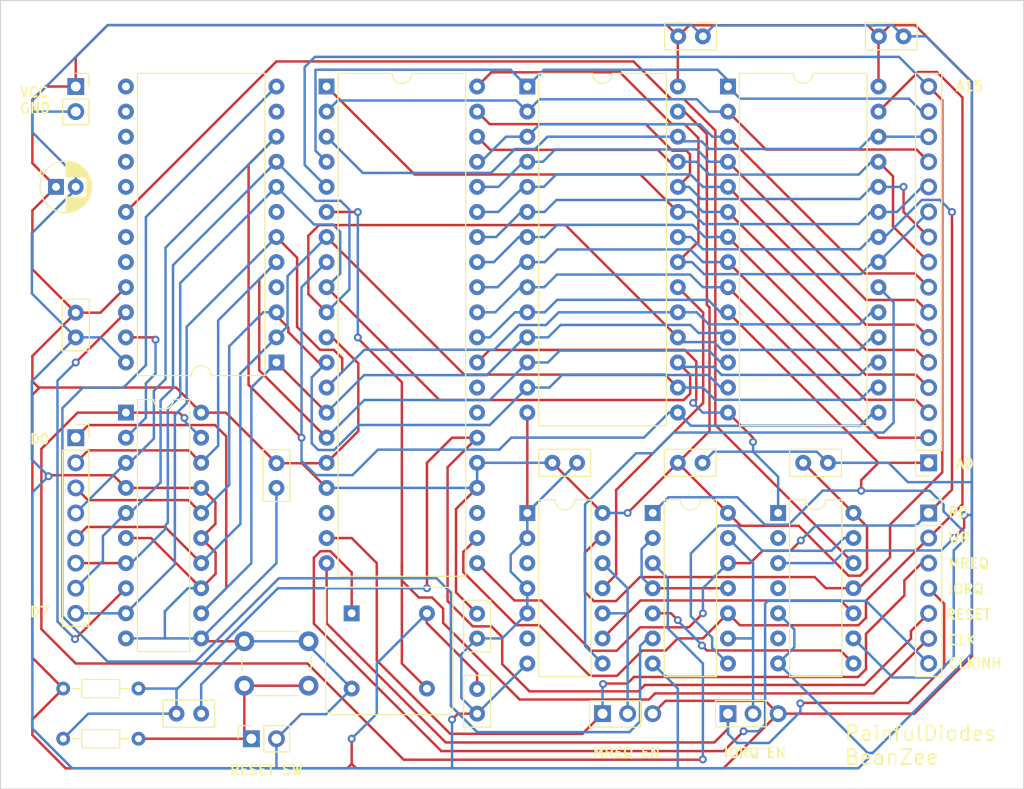
<source format=kicad_pcb>
(kicad_pcb (version 20221018) (generator pcbnew)
  (layers (0 "F.Cu" signal) (31 "B.Cu" signal) (34 "B.Paste" user) (35 "F.Paste" user) (36 "B.SilkS" user "B.Silkscreen") (37 "F.SilkS" user "F.Silkscreen") (38 "B.Mask" user) (39 "F.Mask" user) (44 "Edge.Cuts" user))
  (net 0 "")
  (net 1 "/~{RESET}")
  (net 2 "GND")
  (net 3 "VCC")
  (net 4 "Net-(J5-Pin_1)")
  (net 5 "/~{RD_PORT_0}")
  (net 6 "/P0D0")
  (net 7 "/D7")
  (net 8 "/P0D1")
  (net 9 "/D6")
  (net 10 "/D5")
  (net 11 "/D4")
  (net 12 "/D3")
  (net 13 "/D2")
  (net 14 "/D1")
  (net 15 "/D0")
  (net 18 "/~{RAM_CE}")
  (net 19 "/~{A15}")
  (net 20 "/~{MREQ}")
  (net 21 "/~{ROM_CE}")
  (net 22 "/A15")
  (net 26 "Net-(U3-Pad8)")
  (net 27 "/A0")
  (net 28 "/WR_PORT_1")
  (net 29 "Net-(U3-Pad13)")
  (net 30 "Net-(U4-Pad11)")
  (net 31 "/~{RD_PORT_1}")
  (net 32 "/~{IORQ}")
  (net 33 "/~{WR}")
  (net 34 "/~{RD}")
  (net 35 "/A11")
  (net 36 "/A12")
  (net 37 "/A13")
  (net 38 "/A14")
  (net 39 "/~{CLK}")
  (net 44 "/A1")
  (net 45 "/A2")
  (net 46 "/A3")
  (net 47 "/A4")
  (net 48 "/A5")
  (net 49 "/A6")
  (net 50 "/A7")
  (net 51 "/A8")
  (net 52 "/A9")
  (net 53 "/A10")
  (net 64 "/~{CLKINH}")
  (net 65 "Net-(JP1-C)")
  (net 66 "Net-(JP2-C)")
  (footprint "Capacitor_THT:C_Disc_D5.0mm_W2.5mm_P2.50mm" (layer "F.Cu") (at 172.72 99.06)
    (fp_text reference "C7" hide)
    (fp_text value "0.1uF")
  )
  (footprint "Resistor_THT:R_Axial_DIN0204_L3.6mm_D1.6mm_P7.62mm_Horizontal" (layer "F.Cu") (at 110.49 127)
    (fp_text reference "R1" hide)
    (fp_text value "220R")
  )
  (footprint "Capacitor_THT:C_Disc_D5.0mm_W2.5mm_P2.50mm" (layer "F.Cu") (at 152.4 121.96 -90)
    (fp_text reference "C10" hide)
    (fp_text value "0.1uF")
  )
  (footprint "Connector_PinSocket_2.54mm:PinSocket_1x02_P2.54mm_Vertical" (layer "F.Cu") (at 111.76 60.96)
    (fp_text reference "J4" hide)
    (fp_text value "Power")
  )
  (footprint "Oscillator:Oscillator_DIP-8" (layer "F.Cu") (at 139.7 114.3 -90)
    (fp_text reference "U8" hide)
    (fp_text value "ECS-2200B-100 10MHz")
  )
  (footprint "Connector_PinSocket_2.54mm:PinSocket_1x02_P2.54mm_Vertical" (layer "F.Cu") (at 129.54 127 90)
    (fp_text reference "J5" hide)
    (fp_text value "Reset")
  )
  (footprint "Connector_PinSocket_2.54mm:PinSocket_1x08_P2.54mm_Vertical" (layer "F.Cu") (at 111.76 96.52)
    (fp_text reference "J2" hide)
    (fp_text value "Data")
  )
  (footprint "Capacitor_THT:C_Disc_D5.0mm_W2.5mm_P2.50mm" (layer "F.Cu") (at 160.02 99.06)
    (fp_text reference "C5" hide)
    (fp_text value "0.1uF")
  )
  (footprint "Capacitor_THT:C_Disc_D5.0mm_W2.5mm_P2.50mm" (layer "F.Cu") (at 193.08 55.88)
    (fp_text reference "C9" hide)
    (fp_text value "0.1uF")
  )
  (footprint "Button_Switch_THT:SW_PUSH_6mm_H5mm" (layer "F.Cu") (at 128.83 117.13)
    (fp_text reference "SW1" hide)
    (fp_text value "Reset")
  )
  (footprint "Package_DIP:DIP-40_W15.24mm" (layer "F.Cu") (at 137.16 60.96)
    (fp_text reference "U5" hide)
    (fp_text value "Z80CPU")
  )
  (footprint "Capacitor_THT:CP_Radial_D5.0mm_P2.00mm" (layer "F.Cu") (at 109.76 71.12)
    (fp_text reference "C3" hide)
    (fp_text value "100uF")
  )
  (footprint "Package_DIP:DIP-20_W7.62mm" (layer "F.Cu") (at 116.84 93.98)
    (fp_text reference "U1" hide)
    (fp_text value "74LS244")
  )
  (footprint "Resistor_THT:R_Axial_DIN0204_L3.6mm_D1.6mm_P7.62mm_Horizontal" (layer "F.Cu") (at 110.49 121.92)
    (fp_text reference "R2" hide)
    (fp_text value "10k")
  )
  (footprint "Capacitor_THT:C_Disc_D5.0mm_W2.5mm_P2.50mm" (layer "F.Cu") (at 152.4 114.34 -90)
    (fp_text reference "C2" hide)
    (fp_text value "0.1uF")
  )
  (footprint "Package_DIP:DIP-14_W7.62mm" (layer "F.Cu") (at 170.18 104.14)
    (fp_text reference "U4" hide)
    (fp_text value "74LS32")
  )
  (footprint "Package_DIP:DIP-28_W15.24mm" (layer "F.Cu") (at 157.48 60.96)
    (fp_text reference "U6" hide)
    (fp_text value "AT28C256 (32kB ROM)")
  )
  (footprint "Package_DIP:DIP-14_W7.62mm" (layer "F.Cu") (at 182.88 104.135)
    (fp_text reference "U3" hide)
    (fp_text value "74LS04")
  )
  (footprint "Package_DIP:DIP-28_W15.24mm" (layer "F.Cu") (at 177.8 60.96)
    (fp_text reference "U9" hide)
    (fp_text value "AS6C62256 (32kB SRAM)")
  )
  (footprint "Capacitor_THT:C_Disc_D5.0mm_W2.5mm_P2.50mm" (layer "F.Cu") (at 185.42 99.06)
    (fp_text reference "C6" hide)
    (fp_text value "0.1uF")
  )
  (footprint "Connector_PinSocket_2.54mm:PinSocket_1x16_P2.54mm_Vertical" (layer "F.Cu") (at 198.12 99.06 180)
    (fp_text reference "J1" hide)
    (fp_text value "Address")
  )
  (footprint "Package_DIP:DIP-14_W7.62mm" (layer "F.Cu") (at 157.48 104.14)
    (fp_text reference "U2" hide)
    (fp_text value "74LS32")
  )
  (footprint "Package_DIP:DIP-24_W15.24mm" (layer "F.Cu") (at 132.08 88.9 180)
    (fp_text reference "U7" hide)
    (fp_text value "UM245R")
  )
  (footprint "Connector_PinHeader_2.54mm:PinHeader_1x03_P2.54mm_Vertical" (layer "F.Cu") (at 165.1 124.46 90)
    (fp_text reference "JP2" hide)
    (fp_text value "MREQ_enable")
  )
  (footprint "Capacitor_THT:C_Disc_D5.0mm_W2.5mm_P2.50mm" (layer "F.Cu") (at 111.76 83.86 -90)
    (fp_text reference "C11" hide)
    (fp_text value "0.1uF")
  )
  (footprint "Capacitor_THT:C_Disc_D5.0mm_W2.5mm_P2.50mm" (layer "F.Cu") (at 132.08 99.1 -90)
    (fp_text reference "C4" hide)
    (fp_text value "0.1uF")
  )
  (footprint "Capacitor_THT:C_Disc_D5.0mm_W2.5mm_P2.50mm" (layer "F.Cu") (at 121.96 124.46)
    (fp_text reference "C1" hide)
    (fp_text value "0.1uF")
  )
  (footprint "Capacitor_THT:C_Disc_D5.0mm_W2.5mm_P2.50mm" (layer "F.Cu") (at 172.76 55.88)
    (fp_text reference "C8" hide)
    (fp_text value "0.1uF")
  )
  (footprint "Connector_PinHeader_2.54mm:PinHeader_1x03_P2.54mm_Vertical" (layer "F.Cu") (at 177.8 124.46 90)
    (fp_text reference "JP1" hide)
    (fp_text value "IORQ_enable")
  )
  (footprint "Connector_PinSocket_2.54mm:PinSocket_1x07_P2.54mm_Vertical" (layer "F.Cu") (at 198.12 104.14)
    (fp_text reference "J3" hide)
    (fp_text value "Control")
  )
  (gr_rect (start 104.14 52.25) (end 207.74 132.08) (stroke (width 0.1)) (fill none) (layer "Edge.Cuts"))
  (gr_text "D0" (at 107 97.25) (layer "F.SilkS") (effects (font (size 1 1) (thickness 0.1875)) (justify left bottom)))
  (gr_text "IORQ EN" (at 177.25 129) (layer "F.SilkS") (effects (font (size 1 1) (thickness 0.1875)) (justify left bottom)))
  (gr_text "D7" (at 107 114.75) (layer "F.SilkS") (effects (font (size 1 1) (thickness 0.1875)) (justify left bottom)))
  (gr_text "A0" (at 200.75 99.75) (layer "F.SilkS") (effects (font (size 1 1) (thickness 0.1875)) (justify left bottom)))
  (gr_text "CLK" (at 200 117.601) (layer "F.SilkS") (effects (font (size 1 1) (thickness 0.1875)) (justify left bottom)))
  (gr_text "MREQ EN" (at 164 129) (layer "F.SilkS") (effects (font (size 1 1) (thickness 0.1875)) (justify left bottom)))
  (gr_text "RESET" (at 199.75 115.01325) (layer "F.SilkS") (effects (font (size 1 1) (thickness 0.1875)) (justify left bottom)))
  (gr_text "CLKINH" (at 200 119.93875) (layer "F.SilkS") (effects (font (size 1 1) (thickness 0.1875)) (justify left bottom)))
  (gr_text "RD" (at 200 104.66225) (layer "F.SilkS") (effects (font (size 1 1) (thickness 0.1875)) (justify left bottom)))
  (gr_text "PainfulDiodes\nBeanZee" (at 189.5 129.75) (layer "F.SilkS") (effects (font (size 1.5 1.5) (thickness 0.1875)) (justify left bottom)))
  (gr_text "IORQ" (at 200 112.4255) (layer "F.SilkS") (effects (font (size 1 1) (thickness 0.1875)) (justify left bottom)))
  (gr_text "WR" (at 200 107.25) (layer "F.SilkS") (effects (font (size 1 1) (thickness 0.1875)) (justify left bottom)))
  (gr_text "MREQ" (at 200 109.83775) (layer "F.SilkS") (effects (font (size 1 1) (thickness 0.1875)) (justify left bottom)))
  (gr_text "A15" (at 200.75 61.5) (layer "F.SilkS") (effects (font (size 1 1) (thickness 0.1875)) (justify left bottom)))
  (gr_text "RESET SW" (at 127.25 130.75) (layer "F.SilkS") (effects (font (size 1 1) (thickness 0.1875)) (justify left bottom)))
  (gr_text "VCC\nGND" (at 106 63.75) (layer "F.SilkS") (effects (font (size 1 1) (thickness 0.1875)) (justify left bottom)))
  (segment (start 191.64 121.55) (end 169.39 121.55) (width 0.25) (layer "F.Cu") (net 1))
  (segment (start 149.41 99.51) (end 152.4 96.52) (width 0.25) (layer "F.Cu") (net 1))
  (segment (start 196.33 116.09) (end 196.33 116.86) (width 0.25) (layer "F.Cu") (net 1))
  (segment (start 147.32 99.06) (end 149.86 96.52) (width 0.25) (layer "F.Cu") (net 1))
  (segment (start 151.96 115.62) (end 149.41 113.07) (width 0.25) (layer "F.Cu") (net 1))
  (segment (start 168.74 122.2) (end 157.7 122.2) (width 0.25) (layer "F.Cu") (net 1))
  (segment (start 169.39 121.55) (end 168.74 122.2) (width 0.25) (layer "F.Cu") (net 1))
  (segment (start 157.7 122.2) (end 154.94 119.44) (width 0.25) (layer "F.Cu") (net 1))
  (segment (start 149.86 96.52) (end 152.4 96.52) (width 0.25) (layer "F.Cu") (net 1))
  (segment (start 196.33 116.86) (end 191.64 121.55) (width 0.25) (layer "F.Cu") (net 1))
  (segment (start 149.41 113.07) (end 149.41 99.51) (width 0.25) (layer "F.Cu") (net 1))
  (segment (start 198.12 114.3) (end 196.33 116.09) (width 0.25) (layer "F.Cu") (net 1))
  (segment (start 154.94 119.44) (end 154.94 116.71) (width 0.25) (layer "F.Cu") (net 1))
  (segment (start 147.32 99.06) (end 147.32 111.76) (width 0.25) (layer "F.Cu") (net 1))
  (segment (start 154.94 116.71) (end 153.85 115.62) (width 0.25) (layer "F.Cu") (net 1))
  (segment (start 198.12 114.3) (end 198.12 114.45) (width 0.25) (layer "F.Cu") (net 1))
  (segment (start 153.85 115.62) (end 151.96 115.62) (width 0.25) (layer "F.Cu") (net 1))
  (via (at 147.32 111.76) (size 0.8) (drill 0.4) (layers "F.Cu" "B.Cu") (net 1))
  (segment (start 113.03 124.46) (end 121.96 124.46) (width 0.25) (layer "B.Cu") (net 1))
  (segment (start 121.96 124.46) (end 121.96 121.96) (width 0.25) (layer "B.Cu") (net 1))
  (segment (start 121.96 121.96) (end 121.92 121.92) (width 0.25) (layer "B.Cu") (net 1))
  (segment (start 110.49 127) (end 113.03 124.46) (width 0.25) (layer "B.Cu") (net 1))
  (segment (start 147.32 111.76) (end 132.23 111.76) (width 0.25) (layer "B.Cu") (net 1))
  (segment (start 122.07 121.92) (end 121.92 121.92) (width 0.25) (layer "B.Cu") (net 1))
  (segment (start 132.23 111.76) (end 122.07 121.92) (width 0.25) (layer "B.Cu") (net 1))
  (segment (start 118.11 121.92) (end 121.92 121.92) (width 0.25) (layer "B.Cu") (net 1))
  (segment (start 174.59 92.675685) (end 174.272842 92.992843) (width 0.25) (layer "F.Cu") (net 2))
  (segment (start 173.43 87.63) (end 174.59 88.79) (width 0.25) (layer "F.Cu") (net 2))
  (segment (start 116.84 101.6) (end 124.46 101.6) (width 0.25) (layer "F.Cu") (net 2))
  (segment (start 109.105 100.32) (end 115.56 100.32) (width 0.25) (layer "F.Cu") (net 2))
  (segment (start 125.92 108.14) (end 125.92 110.3) (width 0.25) (layer "F.Cu") (net 2))
  (segment (start 174.59 88.79) (end 174.59 92.675685) (width 0.25) (layer "F.Cu") (net 2))
  (segment (start 115.56 100.32) (end 116.84 101.6) (width 0.25) (layer "F.Cu") (net 2))
  (segment (start 109.005 100.42) (end 109.105 100.32) (width 0.25) (layer "F.Cu") (net 2))
  (segment (start 125.92 110.3) (end 124.46 111.76) (width 0.25) (layer "F.Cu") (net 2))
  (segment (start 152.4 88.9) (end 153.67 87.63) (width 0.25) (layer "F.Cu") (net 2))
  (segment (start 180.34 96.95) (end 180.34 96.52) (width 0.25) (layer "F.Cu") (net 2))
  (segment (start 124.75 117.13) (end 124.46 116.84) (width 0.25) (layer "F.Cu") (net 2))
  (segment (start 150.46 124.46) (end 149.86 125.06) (width 0.25) (layer "F.Cu") (net 2))
  (segment (start 157.48 93.98) (end 157.48 104.14) (width 0.25) (layer "F.Cu") (net 2))
  (segment (start 124.46 106.68) (end 125.92 108.14) (width 0.25) (layer "F.Cu") (net 2))
  (segment (start 125.9 105.24) (end 124.46 106.68) (width 0.25) (layer "F.Cu") (net 2))
  (segment (start 116.84 106.68) (end 119.38 106.68) (width 0.25) (layer "F.Cu") (net 2))
  (segment (start 128.83 117.13) (end 124.75 117.13) (width 0.25) (layer "F.Cu") (net 2))
  (segment (start 125.9 103.04) (end 125.9 105.24) (width 0.25) (layer "F.Cu") (net 2))
  (segment (start 124.46 101.6) (end 125.9 103.04) (width 0.25) (layer "F.Cu") (net 2))
  (segment (start 201.712451 105.627549) (end 200.66 106.68) (width 0.25) (layer "F.Cu") (net 2))
  (segment (start 152.4 124.46) (end 150.46 124.46) (width 0.25) (layer "F.Cu") (net 2))
  (segment (start 201.712451 104.357146) (end 201.712451 105.627549) (width 0.25) (layer "F.Cu") (net 2))
  (segment (start 153.67 87.63) (end 173.43 87.63) (width 0.25) (layer "F.Cu") (net 2))
  (segment (start 119.38 106.68) (end 124.46 111.76) (width 0.25) (layer "F.Cu") (net 2))
  (segment (start 180.34 96.52) (end 177.8 93.98) (width 0.25) (layer "F.Cu") (net 2))
  (via (at 180.34 96.95) (size 0.8) (drill 0.4) (layers "F.Cu" "B.Cu") (net 2))
  (via (at 149.86 125.06) (size 0.8) (drill 0.4) (layers "F.Cu" "B.Cu") (net 2))
  (via (at 201.712451 104.357146) (size 0.8) (drill 0.4) (layers "F.Cu" "B.Cu") (net 2))
  (via (at 109.005 100.42) (size 0.8) (drill 0.4) (layers "F.Cu" "B.Cu") (net 2))
  (via (at 174.272842 92.992843) (size 0.8) (drill 0.4) (layers "F.Cu" "B.Cu") (net 2))
  (via (at 200.66 106.68) (size 0.8) (drill 0.4) (layers "F.Cu" "B.Cu") (net 2))
  (segment (start 201.712451 104.357146) (end 202.322854 104.357146) (width 0.25) (layer "B.Cu") (net 2))
  (segment (start 120.78 116.81) (end 120.75 116.84) (width 0.25) (layer "B.Cu") (net 2))
  (segment (start 184.52 117.735) (end 184.52 115.935) (width 0.25) (layer "B.Cu") (net 2))
  (segment (start 195.58 55.88) (end 194.455 54.755) (width 0.25) (layer "B.Cu") (net 2))
  (segment (start 107.32 81.92) (end 107.32 75.81) (width 0.25) (layer "B.Cu") (net 2))
  (segment (start 194.455 54.755) (end 192.614009 54.755) (width 0.25) (layer "B.Cu") (net 2))
  (segment (start 135.33 117.55) (end 135.33 117.13) (width 0.25) (layer "B.Cu") (net 2))
  (segment (start 132.08 127) (end 132.08 129.99) (width 0.25) (layer "B.Cu") (net 2))
  (segment (start 155.8 110.08) (end 155.8 108.36) (width 0.25) (layer "B.Cu") (net 2))
  (segment (start 114.3 86.36) (end 116.84 88.9) (width 0.25) (layer "B.Cu") (net 2))
  (segment (start 132.08 109.22) (end 132.08 101.6) (width 0.25) (layer "B.Cu") (net 2))
  (segment (start 124.46 111.76) (end 123.12 111.76) (width 0.25) (layer "B.Cu") (net 2))
  (segment (start 192.01 128.44) (end 192.01 128.98) (width 0.25) (layer "B.Cu") (net 2))
  (segment (start 182.88 119.375) (end 184.52 117.735) (width 0.25) (layer "B.Cu") (net 2))
  (segment (start 107.32 90.8) (end 111.76 86.36) (width 0.25) (layer "B.Cu") (net 2))
  (segment (start 124.46 124.46) (end 124.46 121.5) (width 0.25) (layer "B.Cu") (net 2))
  (segment (start 180.34 97.935) (end 186.795 97.935) (width 0.25) (layer "B.Cu") (net 2))
  (segment (start 124.46 116.84) (end 120.75 116.84) (width 0.25) (layer "B.Cu") (net 2))
  (segment (start 107.32 75.81) (end 111.76 71.37) (width 0.25) (layer "B.Cu") (net 2))
  (segment (start 150.8 122.86) (end 150.8 118.44) (width 0.25) (layer "B.Cu") (net 2))
  (segment (start 157.48 106.68) (end 157.48 104.14) (width 0.25) (layer "B.Cu") (net 2))
  (segment (start 196.02 101.02) (end 202.45 101.02) (width 0.25) (layer "B.Cu") (net 2))
  (segment (start 157.48 119.38) (end 152.4 124.46) (width 0.25) (layer "B.Cu") (net 2))
  (segment (start 109.005 100.42) (end 107.32 98.735) (width 0.25) (layer "B.Cu") (net 2))
  (segment (start 184.52 115.935) (end 182.88 114.295) (width 0.25) (layer "B.Cu") (net 2))
  (segment (start 175.26 55.88) (end 174.12 54.74) (width 0.25) (layer "B.Cu") (net 2))
  (segment (start 191 129.99) (end 172.72 129.99) (width 0.25) (layer "B.Cu") (net 2))
  (segment (start 157.48 104.14) (end 157.48 104.1) (width 0.25) (layer "B.Cu") (net 2))
  (segment (start 157.48 114.3) (end 157.48 111.76) (width 0.25) (layer "B.Cu") (net 2))
  (segment (start 132.08 129.99) (end 149.86 129.99) (width 0.25) (layer "B.Cu") (net 2))
  (segment (start 149.86 129.99) (end 172.72 129.99) (width 0.25) (layer "B.Cu") (net 2))
  (segment (start 175.22 99.06) (end 176.345 97.935) (width 0.25) (layer "B.Cu") (net 2))
  (segment (start 111.76 69.98863) (end 111.76 71.12) (width 0.25) (layer "B.Cu") (net 2))
  (segment (start 192.614009 54.755) (end 192.589009 54.78) (width 0.25) (layer "B.Cu") (net 2))
  (segment (start 137.11 124.51) (end 134.57 124.51) (width 0.25) (layer "B.Cu") (net 2))
  (segment (start 182.88 119.375) (end 182.885 119.375) (width 0.25) (layer "B.Cu") (net 2))
  (segment (start 182.88 109.215) (end 188.405 109.215) (width 0.25) (layer "B.Cu") (net 2))
  (segment (start 192.589009 54.78) (end 176.36 54.78) (width 0.25) (layer "B.Cu") (net 2))
  (segment (start 123.12 111.76) (end 120.78 114.1) (width 0.25) (layer "B.Cu") (net 2))
  (segment (start 176.36 54.78) (end 175.26 55.88) (width 0.25) (layer "B.Cu") (net 2))
  (segment (start 186.795 97.935) (end 187.92 99.06) (width 0.25) (layer "B.Cu") (net 2))
  (segment (start 107.38 63.5) (end 111.76 63.5) (width 0.25) (layer "B.Cu") (net 2))
  (segment (start 107.37 125.965965) (end 111.394035 129.99) (width 0.25) (layer "B.Cu") (net 2))
  (segment (start 139.7 121.92) (end 137.11 124.51) (width 0.25) (layer "B.Cu") (net 2))
  (segment (start 139.7 121.92) (end 135.33 117.55) (width 0.25) (layer "B.Cu") (net 2))
  (segment (start 120.75 116.84) (end 116.84 116.84) (width 0.25) (layer "B.Cu") (net 2))
  (segment (start 192.45 128.44) (end 192.01 128.44) (width 0.25) (layer "B.Cu") (net 2))
  (segment (start 202.45 101.02) (end 202.48 101.05) (width 0.25) (layer "B.Cu") (net 2))
  (segment (start 107.37 102.055) (end 107.37 125.965965) (width 0.25) (layer "B.Cu") (net 2))
  (segment (start 202.48 104.2) (end 202.48 118.41) (width 0.25) (layer "B.Cu") (net 2))
  (segment (start 107.38 63.5) (end 107.38 65.60863) (width 0.25) (layer "B.Cu") (net 2))
  (segment (start 134.57 124.51) (end 132.08 127) (width 0.25) (layer "B.Cu") (net 2))
  (segment (start 152.4 124.46) (end 150.8 122.86) (width 0.25) (layer "B.Cu") (net 2))
  (segment (start 191.945 128.44) (end 192.01 128.44) (width 0.25) (layer "B.Cu") (net 2))
  (segment (start 172.72 121.92) (end 172.72 129.99) (width 0.25) (layer "B.Cu") (net 2))
  (segment (start 195.58 55.88) (end 197.85 55.88) (width 0.25) (layer "B.Cu") (net 2))
  (segment (start 202.322854 104.357146) (end 202.48 104.2) (width 0.25) (layer "B.Cu") (net 2))
  (segment (start 111.76 71.37) (end 111.76 71.12) (width 0.25) (layer "B.Cu") (net 2))
  (segment (start 157.48 111.76) (end 155.8 110.08) (width 0.25) (layer "B.Cu") (net 2))
  (segment (start 124.46 121.5) (end 128.83 117.13) (width 0.25) (layer "B.Cu") (net 2))
  (segment (start 150.8 118.44) (end 152.4 116.84) (width 0.25) (layer "B.Cu") (net 2))
  (segment (start 194.06 99.06) (end 196.02 101.02) (width 0.25) (layer "B.Cu") (net 2))
  (segment (start 182.88 119.375) (end 191.945 128.44) (width 0.25) (layer "B.Cu") (net 2))
  (segment (start 107.38 65.60863) (end 111.76 69.98863) (width 0.25) (layer "B.Cu") (net 2))
  (segment (start 170.18 119.38) (end 172.72 121.92) (width 0.25) (layer "B.Cu") (net 2))
  (segment (start 202.48 60.51) (end 202.48 101.05) (width 0.25) (layer "B.Cu") (net 2))
  (segment (start 111.76 86.36) (end 107.32 81.92) (width 0.25) (layer "B.Cu") (net 2))
  (segment (start 120.78 114.1) (end 120.78 116.81) (width 0.25) (layer "B.Cu") (net 2))
  (segment (start 149.86 125.06) (end 149.86 129.99) (width 0.25) (layer "B.Cu") (net 2))
  (segment (start 188.405 109.215) (end 189.68 107.94) (width 0.25) (layer "B.Cu") (net 2))
  (segment (start 152.4 116.84) (end 154.94 116.84) (width 0.25) (layer "B.Cu") (net 2))
  (segment (start 174.272842 92.992843) (end 175.259999 93.98) (width 0.25) (layer "B.Cu") (net 2))
  (segment (start 157.48 104.1) (end 162.52 99.06) (width 0.25) (layer "B.Cu") (net 2))
  (segment (start 154.94 116.84) (end 157.48 114.3) (width 0.25) (layer "B.Cu") (net 2))
  (segment (start 175.259999 93.98) (end 177.8 93.98) (width 0.25) (layer "B.Cu") (net 2))
  (segment (start 202.48 101.05) (end 202.48 104.2) (width 0.25) (layer "B.Cu") (net 2))
  (segment (start 107.38 62.35) (end 107.38 63.5) (width 0.25) (layer "B.Cu") (net 2))
  (segment (start 202.48 118.41) (end 192.45 128.44) (width 0.25) (layer "B.Cu") (net 2))
  (segment (start 182.88 104.135) (end 182.88 100.475) (width 0.25) (layer "B.Cu") (net 2))
  (segment (start 109.005 100.42) (end 107.37 102.055) (width 0.25) (layer "B.Cu") (net 2))
  (segment (start 199.4 107.94) (end 200.66 106.68) (width 0.25) (layer "B.Cu") (net 2))
  (segment (start 174.12 54.74) (end 114.99 54.74) (width 0.25) (layer "B.Cu") (net 2))
  (segment (start 182.88 100.475) (end 180.34 97.935) (width 0.25) (layer "B.Cu") (net 2))
  (segment (start 114.99 54.74) (end 107.38 62.35) (width 0.25) (layer "B.Cu") (net 2))
  (segment (start 111.76 86.36) (end 114.3 86.36) (width 0.25) (layer "B.Cu") (net 2))
  (segment (start 128.83 117.13) (end 135.33 117.13) (width 0.25) (layer "B.Cu") (net 2))
  (segment (start 180.34 96.95) (end 180.34 97.935) (width 0.25) (layer "B.Cu") (net 2))
  (segment (start 124.46 116.84) (end 132.08 109.22) (width 0.25) (layer "B.Cu") (net 2))
  (segment (start 107.32 98.735) (end 107.32 90.8) (width 0.25) (layer "B.Cu") (net 2))
  (segment (start 176.345 97.935) (end 180.34 97.935) (width 0.25) (layer "B.Cu") (net 2))
  (segment (start 155.8 108.36) (end 157.48 106.68) (width 0.25) (layer "B.Cu") (net 2))
  (segment (start 187.92 99.06) (end 194.06 99.06) (width 0.25) (layer "B.Cu") (net 2))
  (segment (start 189.68 107.94) (end 199.4 107.94) (width 0.25) (layer "B.Cu") (net 2))
  (segment (start 197.85 55.88) (end 202.48 60.51) (width 0.25) (layer "B.Cu") (net 2))
  (segment (start 192.01 128.98) (end 191 129.99) (width 0.25) (layer "B.Cu") (net 2))
  (segment (start 111.394035 129.99) (end 132.08 129.99) (width 0.25) (layer "B.Cu") (net 2))
  (segment (start 107.37 92.165) (end 108.045 91.49) (width 0.25) (layer "F.Cu") (net 3))
  (segment (start 190.495 104.135) (end 190.5 104.135) (width 0.25) (layer "F.Cu") (net 3))
  (segment (start 191.18 110.49) (end 190.01 110.49) (width 0.25) (layer "F.Cu") (net 3))
  (segment (start 111.76 60.96) (end 111.76 57.97) (width 0.25) (layer "F.Cu") (net 3))
  (segment (start 139.7 127) (end 139.7 129.54) (width 0.25) (layer "F.Cu") (net 3))
  (segment (start 140.37 89) (end 140.37 95.85) (width 0.25) (layer "F.Cu") (net 3))
  (segment (start 137.12 99.1) (end 134.66 99.1) (width 0.25) (layer "F.Cu") (net 3))
  (segment (start 184.96 105.44) (end 179.1 105.44) (width 0.25) (layer "F.Cu") (net 3))
  (segment (start 111.76 83.86) (end 107.37 79.47) (width 0.25) (layer "F.Cu") (net 3))
  (segment (start 172.76 55.88) (end 173.885 54.755) (width 0.25) (layer "F.Cu") (net 3))
  (segment (start 171.63 54.75) (end 172.76 55.88) (width 0.25) (layer "F.Cu") (net 3))
  (segment (start 107.37 125.04) (end 110.49 121.92) (width 0.25) (layer "F.Cu") (net 3))
  (segment (start 172.72 60.96) (end 172.72 55.92) (width 0.25) (layer "F.Cu") (net 3))
  (segment (start 111.76 60.96) (end 108.7 60.96) (width 0.25) (layer "F.Cu") (net 3))
  (segment (start 107.37 73.51) (end 109.76 71.12) (width 0.25) (layer "F.Cu") (net 3))
  (segment (start 140.16 130) (end 139.7 129.54) (width 0.25) (layer "F.Cu") (net 3))
  (segment (start 181.58 123.16) (end 182.88 124.46) (width 0.25) (layer "F.Cu") (net 3))
  (segment (start 124.46 93.98) (end 121.92 91.44) (width 0.25) (layer "F.Cu") (net 3))
  (segment (start 108.095 91.44) (end 108.045 91.49) (width 0.25) (layer "F.Cu") (net 3))
  (segment (start 108.7 60.96) (end 107.37 62.29) (width 0.25) (layer "F.Cu") (net 3))
  (segment (start 191.88 109.79) (end 191.18 110.49) (width 0.25) (layer "F.Cu") (net 3))
  (segment (start 111.76 83.86) (end 114.26 83.86) (width 0.25) (layer "F.Cu") (net 3))
  (segment (start 202.5 60.5) (end 196.75 54.75) (width 0.25) (layer "F.Cu") (net 3))
  (segment (start 177.34 130) (end 140.16 130) (width 0.25) (layer "F.Cu") (net 3))
  (segment (start 137.73 86.36) (end 140.37 89) (width 0.25) (layer "F.Cu") (net 3))
  (segment (start 139.24 130) (end 110.75 130) (width 0.25) (layer "F.Cu") (net 3))
  (segment (start 121.92 91.44) (end 108.095 91.44) (width 0.25) (layer "F.Cu") (net 3))
  (segment (start 132.08 99.1) (end 134.66 99.1) (width 0.25) (layer "F.Cu") (net 3))
  (segment (start 182.88 124.46) (end 177.34 130) (width 0.25) (layer "F.Cu") (net 3))
  (segment (start 114.26 83.86) (end 116.84 81.28) (width 0.25) (layer "F.Cu") (net 3))
  (segment (start 107.37 90.815) (end 107.37 88.25) (width 0.25) (layer "F.Cu") (net 3))
  (segment (start 191.88 105.515) (end 191.88 109.79) (width 0.25) (layer "F.Cu") (net 3))
  (segment (start 107.37 62.29) (end 107.37 68.73) (width 0.25) (layer "F.Cu") (net 3))
  (segment (start 107.37 68.73) (end 109.76 71.12) (width 0.25) (layer "F.Cu") (net 3))
  (segment (start 182.88 124.46) (end 196.68 124.46) (width 0.25) (layer "F.Cu") (net 3))
  (segment (start 175.663332 83.06) (end 175.663332 66.06) (width 0.25) (layer "F.Cu") (net 3))
  (segment (start 171.48 123.16) (end 181.58 123.16) (width 0.25) (layer "F.Cu") (net 3))
  (segment (start 147.3 114.3) (end 147.3 115.28) (width 0.25) (layer "F.Cu") (net 3))
  (segment (start 179.1 105.44) (end 177.8 104.14) (width 0.25) (layer "F.Cu") (net 3))
  (segment (start 124.46 93.98) (end 126.96 93.98) (width 0.25) (layer "F.Cu") (net 3))
  (segment (start 175.65 66.06) (end 175.65 65.76) (width 0.25) (layer "F.Cu") (net 3))
  (segment (start 193.04 60.96) (end 193.04 55.92) (width 0.25) (layer "F.Cu") (net 3))
  (segment (start 108.045 91.49) (end 107.37 90.815) (width 0.25) (layer "F.Cu") (net 3))
  (segment (start 196.68 124.46) (end 202.5 118.64) (width 0.25) (layer "F.Cu") (net 3))
  (segment (start 185.42 99.06) (end 190.495 104.135) (width 0.25) (layer "F.Cu") (net 3))
  (segment (start 160.02 99.06) (end 165.1 104.14) (width 0.25) (layer "F.Cu") (net 3))
  (segment (start 107.37 88.25) (end 111.76 83.86) (width 0.25) (layer "F.Cu") (net 3))
  (segment (start 152.4 114.32) (end 152.4 114.34) (width 0.25) (layer "F.Cu") (net 3))
  (segment (start 196.75 54.75) (end 194.21 54.75) (width 0.25) (layer "F.Cu") (net 3))
  (segment (start 152.4 101.6) (end 150.26 103.74) (width 0.25) (layer "F.Cu") (net 3))
  (segment (start 172.72 55.92) (end 172.76 55.88) (width 0.25) (layer "F.Cu") (net 3))
  (segment (start 175.65 65.76) (end 173.39 63.5) (width 0.25) (layer "F.Cu") (net 3))
  (segment (start 172.72 99.06) (end 177.8 104.14) (width 0.25) (layer "F.Cu") (net 3))
  (segment (start 152.4 120.38) (end 152.4 121.96) (width 0.25) (layer "F.Cu") (net 3))
  (segment (start 114.98 54.75) (end 171.63 54.75) (width 0.25) (layer "F.Cu") (net 3))
  (segment (start 110.49 121.92) (end 107.37 118.8) (width 0.25) (layer "F.Cu") (net 3))
  (segment (start 191.955 54.755) (end 193.08 55.88) (width 0.25) (layer "F.Cu") (net 3))
  (segment (start 172.72 99.06) (end 175.93 95.85) (width 0.25) (layer "F.Cu") (net 3))
  (segment (start 139.7 129.54) (end 139.24 130) (width 0.25) (layer "F.Cu") (net 3))
  (segment (start 150.26 112.18) (end 152.4 114.32) (width 0.25) (layer "F.Cu") (net 3))
  (segment (start 173.885 54.755) (end 191.955 54.755) (width 0.25) (layer "F.Cu") (net 3))
  (segment (start 175.93 83.34) (end 175.65 83.06) (width 0.25) (layer "F.Cu") (net 3))
  (segment (start 111.76 57.97) (end 114.98 54.75) (width 0.25) (layer "F.Cu") (net 3))
  (segment (start 107.37 79.47) (end 107.37 73.51) (width 0.25) (layer "F.Cu") (net 3))
  (segment (start 140.37 95.85) (end 137.16 99.06) (width 0.25) (layer "F.Cu") (net 3))
  (segment (start 202.5 118.64) (end 202.5 60.5) (width 0.25) (layer "F.Cu") (net 3))
  (segment (start 137.16 86.36) (end 137.73 86.36) (width 0.25) (layer "F.Cu") (net 3))
  (segment (start 173.39 63.5) (end 172.72 63.5) (width 0.25) (layer "F.Cu") (net 3))
  (segment (start 107.37 118.8) (end 107.37 92.165) (width 0.25) (layer "F.Cu") (net 3))
  (segment (start 172.72 99.06) (end 167.64 104.14) (width 0.25) (layer "F.Cu") (net 3))
  (segment (start 193.04 55.92) (end 193.08 55.88) (width 0.25) (layer "F.Cu") (net 3))
  (segment (start 194.21 54.75) (end 193.08 55.88) (width 0.25) (layer "F.Cu") (net 3))
  (segment (start 126.96 93.98) (end 132.08 99.1) (width 0.25) (layer "F.Cu") (net 3))
  (segment (start 150.26 103.74) (end 150.26 112.18) (width 0.25) (layer "F.Cu") (net 3))
  (segment (start 190.5 104.135) (end 191.88 105.515) (width 0.25) (layer "F.Cu") (net 3))
  (segment (start 137.16 99.06) (end 137.12 99.1) (width 0.25) (layer "F.Cu") (net 3))
  (segment (start 175.93 95.85) (end 175.93 83.34) (width 0.25) (layer "F.Cu") (net 3))
  (segment (start 190.01 110.49) (end 184.96 105.44) (width 0.25) (layer "F.Cu") (net 3))
  (segment (start 134.66 99.1) (end 137.16 101.6) (width 0.25) (layer "F.Cu") (net 3))
  (segment (start 170.18 124.46) (end 171.48 123.16) (width 0.25) (layer "F.Cu") (net 3))
  (segment (start 107.37 126.62) (end 107.37 125.04) (width 0.25) (layer "F.Cu") (net 3))
  (segment (start 147.3 115.28) (end 152.4 120.38) (width 0.25) (layer "F.Cu") (net 3))
  (segment (start 110.75 130) (end 107.37 126.62) (width 0.25) (layer "F.Cu") (net 3))
  (via (at 167.64 104.14) (size 0.8) (drill 0.4) (layers "F.Cu" "B.Cu") (net 3))
  (via (at 139.7 127) (size 0.8) (drill 0.4) (layers "F.Cu" "B.Cu") (net 3))
  (segment (start 152.4 101.6) (end 152.4 99.06) (width 0.25) (layer "B.Cu") (net 3))
  (segment (start 137.16 101.6) (end 152.4 101.6) (width 0.25) (layer "B.Cu") (net 3))
  (segment (start 152.4 99.06) (end 160.02 99.06) (width 0.25) (layer "B.Cu") (net 3))
  (segment (start 142.24 124.46) (end 139.7 127) (width 0.25) (layer "B.Cu") (net 3))
  (segment (start 147.32 114.3) (end 142.24 119.38) (width 0.25) (layer "B.Cu") (net 3))
  (segment (start 167.64 104.14) (end 165.1 104.14) (width 0.25) (layer "B.Cu") (net 3))
  (segment (start 142.24 119.38) (end 142.24 124.46) (width 0.25) (layer "B.Cu") (net 3))
  (segment (start 128.83 126.29) (end 129.54 127) (width 0.25) (layer "F.Cu") (net 4))
  (segment (start 128.83 121.63) (end 128.83 126.29) (width 0.25) (layer "F.Cu") (net 4))
  (segment (start 129.54 127) (end 118.11 127) (width 0.25) (layer "F.Cu") (net 4))
  (segment (start 135.33 121.63) (end 128.83 121.63) (width 0.25) (layer "F.Cu") (net 4))
  (segment (start 122.76 94.515) (end 122.225 93.98) (width 0.25) (layer "F.Cu") (net 5))
  (segment (start 108.28 115.9) (end 108.28 97.65) (width 0.25) (layer "F.Cu") (net 5))
  (segment (start 175.25 129.09) (end 175.16 129) (width 0.25) (layer "F.Cu") (net 5))
  (segment (start 111.95 93.98) (end 116.84 93.98) (width 0.25) (layer "F.Cu") (net 5))
  (segment (start 144.965 129.125) (end 135.22 119.38) (width 0.25) (layer "F.Cu") (net 5))
  (segment (start 135.22 119.38) (end 111.76 119.38) (width 0.25) (layer "F.Cu") (net 5))
  (segment (start 175.16 129.125) (end 144.965 129.125) (width 0.25) (layer "F.Cu") (net 5))
  (segment (start 111.76 119.38) (end 108.28 115.9) (width 0.25) (layer "F.Cu") (net 5))
  (segment (start 122.225 93.98) (end 116.84 93.98) (width 0.25) (layer "F.Cu") (net 5))
  (segment (start 108.28 97.65) (end 111.95 93.98) (width 0.25) (layer "F.Cu") (net 5))
  (via (at 175.25 129.09) (size 0.8) (drill 0.4) (layers "F.Cu" "B.Cu") (net 5))
  (via (at 122.76 94.515) (size 0.8) (drill 0.4) (layers "F.Cu" "B.Cu") (net 5))
  (segment (start 175.26 119.38) (end 171.71 115.83) (width 0.25) (layer "B.Cu") (net 5))
  (segment (start 175.25 129.09) (end 175.26 129.08) (width 0.25) (layer "B.Cu") (net 5))
  (segment (start 122.76 94.82) (end 124.46 96.52) (width 0.25) (layer "B.Cu") (net 5))
  (segment (start 171.71 110.75) (end 170.18 109.22) (width 0.25) (layer "B.Cu") (net 5))
  (segment (start 122.76 94.515) (end 122.76 94.82) (width 0.25) (layer "B.Cu") (net 5))
  (segment (start 175.26 129.08) (end 175.26 119.38) (width 0.25) (layer "B.Cu") (net 5))
  (segment (start 171.71 115.83) (end 171.71 110.75) (width 0.25) (layer "B.Cu") (net 5))
  (segment (start 111.686497 116.913503) (end 116.84 111.76) (width 0.25) (layer "F.Cu") (net 6))
  (segment (start 116.84 83.82) (end 111.76 88.9) (width 0.25) (layer "F.Cu") (net 6))
  (via (at 111.76 88.9) (size 0.8) (drill 0.4) (layers "F.Cu" "B.Cu") (net 6))
  (via (at 111.686497 116.913503) (size 0.8) (drill 0.4) (layers "F.Cu" "B.Cu") (net 6))
  (segment (start 111.76 88.9) (end 109.91 90.75) (width 0.25) (layer "B.Cu") (net 6))
  (segment (start 109.91 90.75) (end 109.91 115.137006) (width 0.25) (layer "B.Cu") (net 6))
  (segment (start 109.91 115.137006) (end 111.686497 116.913503) (width 0.25) (layer "B.Cu") (net 6))
  (segment (start 137.88 87.62) (end 138.74 88.48) (width 0.25) (layer "F.Cu") (net 7))
  (segment (start 138.74 89.86) (end 137.16 91.44) (width 0.25) (layer "F.Cu") (net 7))
  (segment (start 136.49 87.62) (end 137.88 87.62) (width 0.25) (layer "F.Cu") (net 7))
  (segment (start 138.74 88.48) (end 138.74 89.86) (width 0.25) (layer "F.Cu") (net 7))
  (segment (start 134.17 85.3) (end 136.49 87.62) (width 0.25) (layer "F.Cu") (net 7))
  (segment (start 132.08 76.2) (end 134.17 78.29) (width 0.25) (layer "F.Cu") (net 7))
  (segment (start 134.17 78.29) (end 134.17 85.3) (width 0.25) (layer "F.Cu") (net 7))
  (segment (start 160.66 83.82) (end 172.72 83.82) (width 0.25) (layer "B.Cu") (net 7))
  (segment (start 111.76 114.3) (end 116.84 114.3) (width 0.25) (layer "B.Cu") (net 7))
  (segment (start 191.12 85.04) (end 175.843604 85.04) (width 0.25) (layer "B.Cu") (net 7))
  (segment (start 159.37 85.11) (end 160.66 83.82) (width 0.25) (layer "B.Cu") (net 7))
  (segment (start 137.16 91.44) (end 140.99 87.61) (width 0.25) (layer "B.Cu") (net 7))
  (segment (start 175.843604 85.04) (end 174.623604 83.82) (width 0.25) (layer "B.Cu") (net 7))
  (segment (start 154.14 87.61) (end 156.64 85.11) (width 0.25) (layer "B.Cu") (net 7))
  (segment (start 156.64 85.11) (end 159.37 85.11) (width 0.25) (layer "B.Cu") (net 7))
  (segment (start 122.99 93.019695) (end 122.99 85.29) (width 0.25) (layer "B.Cu") (net 7))
  (segment (start 140.99 87.61) (end 154.14 87.61) (width 0.25) (layer "B.Cu") (net 7))
  (segment (start 121.795 109.345) (end 121.795 94.214695) (width 0.25) (layer "B.Cu") (net 7))
  (segment (start 174.623604 83.82) (end 172.72 83.82) (width 0.25) (layer "B.Cu") (net 7))
  (segment (start 121.795 94.214695) (end 122.99 93.019695) (width 0.25) (layer "B.Cu") (net 7))
  (segment (start 193.04 83.82) (end 192.34 83.82) (width 0.25) (layer "B.Cu") (net 7))
  (segment (start 122.99 85.29) (end 132.08 76.2) (width 0.25) (layer "B.Cu") (net 7))
  (segment (start 192.34 83.82) (end 191.12 85.04) (width 0.25) (layer "B.Cu") (net 7))
  (segment (start 116.84 114.3) (end 121.795 109.345) (width 0.25) (layer "B.Cu") (net 7))
  (segment (start 119.61 86.36) (end 116.84 86.36) (width 0.25) (layer "F.Cu") (net 8))
  (segment (start 119.84 86.59) (end 119.61 86.36) (width 0.25) (layer "F.Cu") (net 8))
  (via (at 119.84 86.59) (size 0.8) (drill 0.4) (layers "F.Cu" "B.Cu") (net 8))
  (segment (start 118.86 91.01) (end 118.86 94.5) (width 0.25) (layer "B.Cu") (net 8))
  (segment (start 119.84 90.03) (end 118.86 91.01) (width 0.25) (layer "B.Cu") (net 8))
  (segment (start 119.84 86.59) (end 119.87 86.62) (width 0.25) (layer "B.Cu") (net 8))
  (segment (start 117.05 96.52) (end 116.84 96.52) (width 0.25) (layer "B.Cu") (net 8))
  (segment (start 118.86 94.5) (end 116.84 96.52) (width 0.25) (layer "B.Cu") (net 8))
  (segment (start 119.84 86.59) (end 119.84 90.03) (width 0.25) (layer "B.Cu") (net 8))
  (segment (start 136.39 74.99) (end 135.31 76.07) (width 0.25) (layer "F.Cu") (net 9))
  (segment (start 172.72 86.36) (end 161.35 74.99) (width 0.25) (layer "F.Cu") (net 9))
  (segment (start 135.31 76.07) (end 135.31 81.97) (width 0.25) (layer "F.Cu") (net 9))
  (segment (start 135.31 81.97) (end 137.16 83.82) (width 0.25) (layer "F.Cu") (net 9))
  (segment (start 161.35 74.99) (end 136.39 74.99) (width 0.25) (layer "F.Cu") (net 9))
  (segment (start 117.26 104.14) (end 116.84 104.14) (width 0.25) (layer "B.Cu") (net 9))
  (segment (start 176.38 86.84) (end 173.2 86.84) (width 0.25) (layer "B.Cu") (net 9))
  (segment (start 121.61 91.49) (end 120.35 92.75) (width 0.25) (layer "B.Cu") (net 9))
  (segment (start 192.37 86.36) (end 191.11 87.62) (width 0.25) (layer "B.Cu") (net 9))
  (segment (start 138.575 72.535) (end 139.47 73.43) (width 0.25) (layer "B.Cu") (net 9))
  (segment (start 111.76 111.76) (end 114.51 109.01) (width 0.25) (layer "B.Cu") (net 9))
  (segment (start 121.61 79.05) (end 121.61 91.49) (width 0.25) (layer "B.Cu") (net 9))
  (segment (start 136.035 72.535) (end 138.575 72.535) (width 0.25) (layer "B.Cu") (net 9))
  (segment (start 191.11 87.62) (end 177.16 87.62) (width 0.25) (layer "B.Cu") (net 9))
  (segment (start 132.08 68.58) (end 121.61 79.05) (width 0.25) (layer "B.Cu") (net 9))
  (segment (start 120.35 101.05) (end 117.26 104.14) (width 0.25) (layer "B.Cu") (net 9))
  (segment (start 120.35 92.75) (end 120.35 101.05) (width 0.25) (layer "B.Cu") (net 9))
  (segment (start 114.51 106.47) (end 116.84 104.14) (width 0.25) (layer "B.Cu") (net 9))
  (segment (start 132.08 68.58) (end 136.035 72.535) (width 0.25) (layer "B.Cu") (net 9))
  (segment (start 173.2 86.84) (end 172.72 86.36) (width 0.25) (layer "B.Cu") (net 9))
  (segment (start 139.47 81.51) (end 137.16 83.82) (width 0.25) (layer "B.Cu") (net 9))
  (segment (start 139.47 73.43) (end 139.47 81.51) (width 0.25) (layer "B.Cu") (net 9))
  (segment (start 114.51 109.01) (end 114.51 106.47) (width 0.25) (layer "B.Cu") (net 9))
  (segment (start 177.16 87.62) (end 176.38 86.84) (width 0.25) (layer "B.Cu") (net 9))
  (segment (start 193.04 86.36) (end 192.37 86.36) (width 0.25) (layer "B.Cu") (net 9))
  (segment (start 173.97 90.15) (end 173.97 92.06) (width 0.25) (layer "F.Cu") (net 10))
  (segment (start 111.76 109.22) (end 116.84 109.22) (width 0.25) (layer "F.Cu") (net 10))
  (segment (start 173.97 92.06) (end 173.33 92.7) (width 0.25) (layer "F.Cu") (net 10))
  (segment (start 173.33 92.7) (end 148.58 92.7) (width 0.25) (layer "F.Cu") (net 10))
  (segment (start 148.58 92.7) (end 137.16 81.28) (width 0.25) (layer "F.Cu") (net 10))
  (segment (start 172.72 88.9) (end 173.97 90.15) (width 0.25) (layer "F.Cu") (net 10))
  (segment (start 120.881 105.5) (end 120.881 105.33) (width 0.25) (layer "B.Cu") (net 10))
  (segment (start 116.84 109.22) (end 117.38 109.22) (width 0.25) (layer "B.Cu") (net 10))
  (segment (start 192.39 88.9) (end 191.13 90.16) (width 0.25) (layer "B.Cu") (net 10))
  (segment (start 138.54 79.9) (end 137.16 81.28) (width 0.25) (layer "B.Cu") (net 10))
  (segment (start 121.08 93.58) (end 122.34 92.32) (width 0.25) (layer "B.Cu") (net 10))
  (segment (start 132.08 71.12) (end 135.89 74.93) (width 0.25) (layer "B.Cu") (net 10))
  (segment (start 191.13 90.16) (end 177.156396 90.16) (width 0.25) (layer "B.Cu") (net 10))
  (segment (start 193.04 88.9) (end 192.39 88.9) (width 0.25) (layer "B.Cu") (net 10))
  (segment (start 120.881 105.719) (end 120.881 105.33) (width 0.25) (layer "B.Cu") (net 10))
  (segment (start 121.08 105.131) (end 121.08 93.58) (width 0.25) (layer "B.Cu") (net 10))
  (segment (start 120.881 105.33) (end 121.08 105.131) (width 0.25) (layer "B.Cu") (net 10))
  (segment (start 177.156396 90.16) (end 176.346396 89.35) (width 0.25) (layer "B.Cu") (net 10))
  (segment (start 173.17 89.35) (end 172.72 88.9) (width 0.25) (layer "B.Cu") (net 10))
  (segment (start 117.38 109.22) (end 120.881 105.719) (width 0.25) (layer "B.Cu") (net 10))
  (segment (start 122.34 92.32) (end 122.34 80.86) (width 0.25) (layer "B.Cu") (net 10))
  (segment (start 137.8 74.93) (end 138.54 75.67) (width 0.25) (layer "B.Cu") (net 10))
  (segment (start 122.34 80.86) (end 132.08 71.12) (width 0.25) (layer "B.Cu") (net 10))
  (segment (start 138.54 75.67) (end 138.54 79.9) (width 0.25) (layer "B.Cu") (net 10))
  (segment (start 176.346396 89.35) (end 173.17 89.35) (width 0.25) (layer "B.Cu") (net 10))
  (segment (start 135.89 74.93) (end 137.8 74.93) (width 0.25) (layer "B.Cu") (net 10))
  (segment (start 120.795 105.555) (end 124.46 109.22) (width 0.25) (layer "F.Cu") (net 11))
  (segment (start 111.76 106.68) (end 112.885 105.555) (width 0.25) (layer "F.Cu") (net 11))
  (segment (start 151.09 90.13) (end 137.16 76.2) (width 0.25) (layer "F.Cu") (net 11))
  (segment (start 172.72 91.44) (end 171.41 90.13) (width 0.25) (layer "F.Cu") (net 11))
  (segment (start 112.885 105.555) (end 120.795 105.555) (width 0.25) (layer "F.Cu") (net 11))
  (segment (start 171.41 90.13) (end 151.09 90.13) (width 0.25) (layer "F.Cu") (net 11))
  (segment (start 175.26 91.44) (end 172.72 91.44) (width 0.25) (layer "B.Cu") (net 11))
  (segment (start 133.205 85.235) (end 133.205 80.155) (width 0.25) (layer "B.Cu") (net 11))
  (segment (start 128.43 90.01) (end 128.43 105.25) (width 0.25) (layer "B.Cu") (net 11))
  (segment (start 193.04 91.44) (end 192.42 91.44) (width 0.25) (layer "B.Cu") (net 11))
  (segment (start 192.42 91.44) (end 191.18 92.68) (width 0.25) (layer "B.Cu") (net 11))
  (segment (start 191.18 92.68) (end 176.5 92.68) (width 0.25) (layer "B.Cu") (net 11))
  (segment (start 133.205 80.155) (end 137.16 76.2) (width 0.25) (layer "B.Cu") (net 11))
  (segment (start 128.43 105.25) (end 124.46 109.22) (width 0.25) (layer "B.Cu") (net 11))
  (segment (start 176.5 92.68) (end 175.26 91.44) (width 0.25) (layer "B.Cu") (net 11))
  (segment (start 132.08 86.36) (end 133.205 85.235) (width 0.25) (layer "B.Cu") (net 11))
  (segment (start 132.08 86.36) (end 128.43 90.01) (width 0.25) (layer "B.Cu") (net 11))
  (segment (start 134.62 96.52) (end 129.26 91.16) (width 0.25) (layer "F.Cu") (net 12))
  (segment (start 129.26 91.16) (end 129.26 68.86) (width 0.25) (layer "F.Cu") (net 12))
  (segment (start 129.26 68.86) (end 132.08 66.04) (width 0.25) (layer "F.Cu") (net 12))
  (via (at 134.62 96.52) (size 0.8) (drill 0.4) (layers "F.Cu" "B.Cu") (net 12))
  (segment (start 154.65 97.73) (end 142.357387 97.73) (width 0.25) (layer "B.Cu") (net 12))
  (segment (start 172.72 93.98) (end 174.05 95.31) (width 0.25) (layer "B.Cu") (net 12))
  (segment (start 120.85 90.59) (end 119.67 91.77) (width 0.25) (layer "B.Cu") (net 12))
  (segment (start 134.62 96.52) (end 134.62 81.28) (width 0.25) (layer "B.Cu") (net 12))
  (segment (start 174.05 95.31) (end 191.2 95.31) (width 0.25) (layer "B.Cu") (net 12))
  (segment (start 117.22 99.06) (end 116.84 99.06) (width 0.25) (layer "B.Cu") (net 12))
  (segment (start 142.357387 97.73) (end 139.777387 100.31) (width 0.25) (layer "B.Cu") (net 12))
  (segment (start 171.82 93.98) (end 169.29 96.51) (width 0.25) (layer "B.Cu") (net 12))
  (segment (start 192.53 93.98) (end 193.66 93.98) (width 0.25) (layer "B.Cu") (net 12))
  (segment (start 139.777387 100.31) (end 136.06 100.31) (width 0.25) (layer "B.Cu") (net 12))
  (segment (start 191.2 95.31) (end 192.53 93.98) (width 0.25) (layer "B.Cu") (net 12))
  (segment (start 136.06 100.31) (end 134.62 98.87) (width 0.25) (layer "B.Cu") (net 12))
  (segment (start 155.87 96.51) (end 154.65 97.73) (width 0.25) (layer "B.Cu") (net 12))
  (segment (start 111.76 104.14) (end 116.84 99.06) (width 0.25) (layer "B.Cu") (net 12))
  (segment (start 132.08 66.04) (end 120.85 77.27) (width 0.25) (layer "B.Cu") (net 12))
  (segment (start 119.67 96.61) (end 117.22 99.06) (width 0.25) (layer "B.Cu") (net 12))
  (segment (start 134.62 98.87) (end 134.62 96.52) (width 0.25) (layer "B.Cu") (net 12))
  (segment (start 116.84 99.06) (end 116.94 99.06) (width 0.25) (layer "B.Cu") (net 12))
  (segment (start 172.72 93.98) (end 171.82 93.98) (width 0.25) (layer "B.Cu") (net 12))
  (segment (start 120.85 77.27) (end 120.85 90.59) (width 0.25) (layer "B.Cu") (net 12))
  (segment (start 134.62 81.28) (end 137.16 78.74) (width 0.25) (layer "B.Cu") (net 12))
  (segment (start 169.29 96.51) (end 155.87 96.51) (width 0.25) (layer "B.Cu") (net 12))
  (segment (start 119.67 91.77) (end 119.67 96.61) (width 0.25) (layer "B.Cu") (net 12))
  (segment (start 132.08 83.82) (end 132.08 84.17) (width 0.25) (layer "F.Cu") (net 13))
  (segment (start 133.29 85.38) (end 133.29 85.83) (width 0.25) (layer "F.Cu") (net 13))
  (segment (start 133.29 85.83) (end 136.36 88.9) (width 0.25) (layer "F.Cu") (net 13))
  (segment (start 132.08 84.17) (end 133.29 85.38) (width 0.25) (layer "F.Cu") (net 13))
  (segment (start 123.16 102.84) (end 124.46 104.14) (width 0.25) (layer "F.Cu") (net 13))
  (segment (start 136.36 88.9) (end 137.16 88.9) (width 0.25) (layer "F.Cu") (net 13))
  (segment (start 113 102.84) (end 123.16 102.84) (width 0.25) (layer "F.Cu") (net 13))
  (segment (start 111.76 101.6) (end 113 102.84) (width 0.25) (layer "F.Cu") (net 13))
  (segment (start 153.69 95.23) (end 140.46 95.23) (width 0.25) (layer "B.Cu") (net 13))
  (segment (start 135.65 90.41) (end 137.16 88.9) (width 0.25) (layer "B.Cu") (net 13))
  (segment (start 124.46 104.14) (end 127.3 101.3) (width 0.25) (layer "B.Cu") (net 13))
  (segment (start 127.3 101.3) (end 127.3 87.26) (width 0.25) (layer "B.Cu") (net 13))
  (segment (start 175.8 90.17) (end 177.07 91.44) (width 0.25) (layer "B.Cu") (net 13))
  (segment (start 135.65 97.09) (end 135.65 90.41) (width 0.25) (layer "B.Cu") (net 13))
  (segment (start 157.48 91.44) (end 153.69 95.23) (width 0.25) (layer "B.Cu") (net 13))
  (segment (start 140.46 95.23) (end 137.93 97.76) (width 0.25) (layer "B.Cu") (net 13))
  (segment (start 130.74 83.82) (end 132.08 83.82) (width 0.25) (layer "B.Cu") (net 13))
  (segment (start 160.99 90.17) (end 175.8 90.17) (width 0.25) (layer "B.Cu") (net 13))
  (segment (start 127.3 87.26) (end 130.74 83.82) (width 0.25) (layer "B.Cu") (net 13))
  (segment (start 136.32 97.76) (end 135.65 97.09) (width 0.25) (layer "B.Cu") (net 13))
  (segment (start 159.72 91.44) (end 160.99 90.17) (width 0.25) (layer "B.Cu") (net 13))
  (segment (start 177.07 91.44) (end 177.8 91.44) (width 0.25) (layer "B.Cu") (net 13))
  (segment (start 137.93 97.76) (end 136.32 97.76) (width 0.25) (layer "B.Cu") (net 13))
  (segment (start 157.48 91.44) (end 159.72 91.44) (width 0.25) (layer "B.Cu") (net 13))
  (segment (start 123.2 97.8) (end 124.46 99.06) (width 0.25) (layer "F.Cu") (net 14))
  (segment (start 130.34 89.7) (end 137.16 96.52) (width 0.25) (layer "F.Cu") (net 14))
  (segment (start 130.34 80.48) (end 130.34 89.7) (width 0.25) (layer "F.Cu") (net 14))
  (segment (start 132.08 78.74) (end 130.34 80.48) (width 0.25) (layer "F.Cu") (net 14))
  (segment (start 113.02 97.8) (end 123.2 97.8) (width 0.25) (layer "F.Cu") (net 14))
  (segment (start 111.76 99.06) (end 113.02 97.8) (width 0.25) (layer "F.Cu") (net 14))
  (segment (start 160.77 87.7) (end 175.87 87.7) (width 0.25) (layer "B.Cu") (net 14))
  (segment (start 157.48 88.9) (end 153.68 92.7) (width 0.25) (layer "B.Cu") (net 14))
  (segment (start 126.18 97.34) (end 124.46 99.06) (width 0.25) (layer "B.Cu") (net 14))
  (segment (start 177.07 88.9) (end 177.8 88.9) (width 0.25) (layer "B.Cu") (net 14))
  (segment (start 140.98 92.7) (end 137.16 96.52) (width 0.25) (layer "B.Cu") (net 14))
  (segment (start 132.08 78.74) (end 126.18 84.64) (width 0.25) (layer "B.Cu") (net 14))
  (segment (start 159.57 88.9) (end 160.77 87.7) (width 0.25) (layer "B.Cu") (net 14))
  (segment (start 126.18 84.64) (end 126.18 97.34) (width 0.25) (layer "B.Cu") (net 14))
  (segment (start 157.48 88.9) (end 159.57 88.9) (width 0.25) (layer "B.Cu") (net 14))
  (segment (start 153.68 92.7) (end 140.98 92.7) (width 0.25) (layer "B.Cu") (net 14))
  (segment (start 175.87 87.7) (end 177.07 88.9) (width 0.25) (layer "B.Cu") (net 14))
  (segment (start 125.86 95.24) (end 127 96.38) (width 0.25) (layer "F.Cu") (net 15))
  (segment (start 113.04 95.24) (end 125.86 95.24) (width 0.25) (layer "F.Cu") (net 15))
  (segment (start 132.08 88.9) (end 137.16 93.98) (width 0.25) (layer "F.Cu") (net 15))
  (segment (start 127 96.38) (end 127 111.76) (width 0.25) (layer "F.Cu") (net 15))
  (segment (start 127 111.76) (end 124.46 114.3) (width 0.25) (layer "F.Cu") (net 15))
  (segment (start 111.76 96.52) (end 113.04 95.24) (width 0.25) (layer "F.Cu") (net 15))
  (segment (start 129.54 91.44) (end 129.54 109.22) (width 0.25) (layer "B.Cu") (net 15))
  (segment (start 157.21 86.36) (end 153.39 90.18) (width 0.25) (layer "B.Cu") (net 15))
  (segment (start 177.36 85.92) (end 177.8 86.36) (width 0.25) (layer "B.Cu") (net 15))
  (segment (start 174.82 85.92) (end 177.36 85.92) (width 0.25) (layer "B.Cu") (net 15))
  (segment (start 153.39 90.18) (end 140.96 90.18) (width 0.25) (layer "B.Cu") (net 15))
  (segment (start 174 85.1) (end 174.82 85.92) (width 0.25) (layer "B.Cu") (net 15))
  (segment (start 132.08 88.9) (end 129.54 91.44) (width 0.25) (layer "B.Cu") (net 15))
  (segment (start 140.96 90.18) (end 137.16 93.98) (width 0.25) (layer "B.Cu") (net 15))
  (segment (start 129.54 109.22) (end 124.46 114.3) (width 0.25) (layer "B.Cu") (net 15))
  (segment (start 159.59 86.36) (end 160.85 85.1) (width 0.25) (layer "B.Cu") (net 15))
  (segment (start 157.48 86.36) (end 157.21 86.36) (width 0.25) (layer "B.Cu") (net 15))
  (segment (start 160.85 85.1) (end 174 85.1) (width 0.25) (layer "B.Cu") (net 15))
  (segment (start 157.48 86.36) (end 159.59 86.36) (width 0.25) (layer "B.Cu") (net 15))
  (segment (start 168.505 98.095) (end 170.195 98.095) (width 0.25) (layer "B.Cu") (net 18))
  (segment (start 194.57 94.99) (end 194.57 82.81) (width 0.25) (layer "B.Cu") (net 18))
  (segment (start 172.29 96) (end 193.56 96) (width 0.25) (layer "B.Cu") (net 18))
  (segment (start 170.195 98.095) (end 172.29 96) (width 0.25) (layer "B.Cu") (net 18))
  (segment (start 165.1 119.38) (end 163.33 117.61) (width 0.25) (layer "B.Cu") (net 18))
  (segment (start 163.33 117.61) (end 163.33 103.27) (width 0.25) (layer "B.Cu") (net 18))
  (segment (start 194.57 82.81) (end 193.04 81.28) (width 0.25) (layer "B.Cu") (net 18))
  (segment (start 193.56 96) (end 194.57 94.99) (width 0.25) (layer "B.Cu") (net 18))
  (segment (start 163.33 103.27) (end 168.505 98.095) (width 0.25) (layer "B.Cu") (net 18))
  (segment (start 168.94 113) (end 189.205 113) (width 0.25) (layer "F.Cu") (net 19))
  (segment (start 189.205 113) (end 190.5 114.295) (width 0.25) (layer "F.Cu") (net 19))
  (segment (start 165.1 116.84) (end 168.94 113) (width 0.25) (layer "F.Cu") (net 19))
  (segment (start 167.61 121.41) (end 168.275 120.745) (width 0.25) (layer "F.Cu") (net 20))
  (segment (start 163.06 126.5) (end 149.67 126.5) (width 0.25) (layer "F.Cu") (net 20))
  (segment (start 165.15 121.46) (end 165.2 121.41) (width 0.25) (layer "F.Cu") (net 20))
  (segment (start 195.66 110.97) (end 197.41 109.22) (width 0.25) (layer "F.Cu") (net 20))
  (segment (start 168.275 120.745) (end 190.985 120.745) (width 0.25) (layer "F.Cu") (net 20))
  (segment (start 142.24 119.07) (end 142.24 109.22) (width 0.25) (layer "F.Cu") (net 20))
  (segment (start 142.24 109.22) (end 139.7 106.68) (width 0.25) (layer "F.Cu") (net 20))
  (segment (start 190.985 120.745) (end 191.777793 119.952207) (width 0.25) (layer "F.Cu") (net 20))
  (segment (start 149.67 126.5) (end 142.24 119.07) (width 0.25) (layer "F.Cu") (net 20))
  (segment (start 191.777793 119.952207) (end 191.777793 116.372207) (width 0.25) (layer "F.Cu") (net 20))
  (segment (start 165.2 121.41) (end 167.61 121.41) (width 0.25) (layer "F.Cu") (net 20))
  (segment (start 197.41 109.22) (end 198.12 109.22) (width 0.25) (layer "F.Cu") (net 20))
  (segment (start 195.66 112.49) (end 195.66 110.97) (width 0.25) (layer "F.Cu") (net 20))
  (segment (start 139.7 106.68) (end 137.16 106.68) (width 0.25) (layer "F.Cu") (net 20))
  (segment (start 191.777793 116.372207) (end 195.66 112.49) (width 0.25) (layer "F.Cu") (net 20))
  (segment (start 165.1 124.46) (end 163.06 126.5) (width 0.25) (layer "F.Cu") (net 20))
  (via (at 165.15 121.46) (size 0.8) (drill 0.4) (layers "F.Cu" "B.Cu") (net 20))
  (segment (start 165.1 121.51) (end 165.1 124.46) (width 0.25) (layer "B.Cu") (net 20))
  (segment (start 165.15 121.46) (end 165.1 121.51) (width 0.25) (layer "B.Cu") (net 20))
  (segment (start 175.29 93.000991) (end 175.29 83.85) (width 0.25) (layer "F.Cu") (net 21))
  (segment (start 166.48 110.38) (end 166.48 101.810991) (width 0.25) (layer "F.Cu") (net 21))
  (segment (start 166.48 101.810991) (end 175.29 93.000991) (width 0.25) (layer "F.Cu") (net 21))
  (segment (start 175.29 83.85) (end 172.72 81.28) (width 0.25) (layer "F.Cu") (net 21))
  (segment (start 165.1 111.76) (end 166.48 110.38) (width 0.25) (layer "F.Cu") (net 21))
  (segment (start 164.22 113.06) (end 166.46 113.06) (width 0.25) (layer "F.Cu") (net 22))
  (segment (start 168.89 110.63) (end 186.58 110.63) (width 0.25) (layer "F.Cu") (net 22))
  (segment (start 199.5 100.03) (end 199.5 62.34) (width 0.25) (layer "F.Cu") (net 22))
  (segment (start 187.705 111.755) (end 190.5 111.755) (width 0.25) (layer "F.Cu") (net 22))
  (segment (start 194.21 108.61) (end 194.21 105.32) (width 0.25) (layer "F.Cu") (net 22))
  (segment (start 165.1 106.68) (end 164.79 106.68) (width 0.25) (layer "F.Cu") (net 22))
  (segment (start 163.31 108.16) (end 163.31 112.15) (width 0.25) (layer "F.Cu") (net 22))
  (segment (start 199.5 62.34) (end 198.12 60.96) (width 0.25) (layer "F.Cu") (net 22))
  (segment (start 164.79 106.68) (end 163.31 108.16) (width 0.25) (layer "F.Cu") (net 22))
  (segment (start 166.46 113.06) (end 168.89 110.63) (width 0.25) (layer "F.Cu") (net 22))
  (segment (start 163.31 112.15) (end 164.22 113.06) (width 0.25) (layer "F.Cu") (net 22))
  (segment (start 194.21 105.32) (end 199.5 100.03) (width 0.25) (layer "F.Cu") (net 22))
  (segment (start 190.5 111.755) (end 191.065 111.755) (width 0.25) (layer "F.Cu") (net 22))
  (segment (start 191.065 111.755) (end 194.21 108.61) (width 0.25) (layer "F.Cu") (net 22))
  (segment (start 186.58 110.63) (end 187.705 111.755) (width 0.25) (layer "F.Cu") (net 22))
  (segment (start 135.97 57.96) (end 134.938198 58.991802) (width 0.25) (layer "B.Cu") (net 22))
  (segment (start 195.12 57.96) (end 135.97 57.96) (width 0.25) (layer "B.Cu") (net 22))
  (segment (start 134.938198 68.898198) (end 137.16 71.12) (width 0.25) (layer "B.Cu") (net 22))
  (segment (start 134.938198 58.991802) (end 134.938198 68.898198) (width 0.25) (layer "B.Cu") (net 22))
  (segment (start 198.12 60.96) (end 195.12 57.96) (width 0.25) (layer "B.Cu") (net 22))
  (segment (start 189.185 118.06) (end 190.5 119.375) (width 0.25) (layer "F.Cu") (net 26))
  (segment (start 172.72 114.99) (end 172.03 114.3) (width 0.25) (layer "F.Cu") (net 26))
  (segment (start 175.658479 118.06) (end 189.185 118.06) (width 0.25) (layer "F.Cu") (net 26))
  (segment (start 172.03 114.3) (end 170.18 114.3) (width 0.25) (layer "F.Cu") (net 26))
  (segment (start 175.163479 117.565) (end 175.658479 118.06) (width 0.25) (layer "F.Cu") (net 26))
  (via (at 175.163479 117.565) (size 0.8) (drill 0.4) (layers "F.Cu" "B.Cu") (net 26))
  (via (at 172.72 114.99) (size 0.8) (drill 0.4) (layers "F.Cu" "B.Cu") (net 26))
  (segment (start 175.163479 117.565) (end 175.163479 117.503479) (width 0.25) (layer "B.Cu") (net 26))
  (segment (start 172.72 115.06) (end 172.72 114.99) (width 0.25) (layer "B.Cu") (net 26))
  (segment (start 175.163479 117.503479) (end 172.72 115.06) (width 0.25) (layer "B.Cu") (net 26))
  (segment (start 198.12 99.06) (end 193.04 99.06) (width 0.25) (layer "F.Cu") (net 27))
  (segment (start 193.04 99.06) (end 191.29 100.81) (width 0.25) (layer "F.Cu") (net 27))
  (segment (start 193.04 99.06) (end 177.8 83.82) (width 0.25) (layer "F.Cu") (net 27))
  (segment (start 191.29 100.81) (end 191.29 101.89) (width 0.25) (layer "F.Cu") (net 27))
  (via (at 191.29 101.89) (size 0.8) (drill 0.4) (layers "F.Cu" "B.Cu") (net 27))
  (segment (start 153.69 86.36) (end 156.23 83.82) (width 0.25) (layer "B.Cu") (net 27))
  (segment (start 159.25 83.82) (end 160.51 82.56) (width 0.25) (layer "B.Cu") (net 27))
  (segment (start 177.04 83.82) (end 177.8 83.82) (width 0.25) (layer "B.Cu") (net 27))
  (segment (start 198.22 101.89) (end 191.29 101.89) (width 0.25) (layer "B.Cu") (net 27))
  (segment (start 199.63 103.98) (end 199.63 103.3) (width 0.25) (layer "B.Cu") (net 27))
  (segment (start 181.53 105.33) (end 183.935 105.33) (width 0.25) (layer "B.Cu") (net 27))
  (segment (start 152.4 86.36) (end 153.69 86.36) (width 0.25) (layer "B.Cu") (net 27))
  (segment (start 200.66 107.93) (end 201.62 106.97) (width 0.25) (layer "B.Cu") (net 27))
  (segment (start 201.62 105.97) (end 199.63 103.98) (width 0.25) (layer "B.Cu") (net 27))
  (segment (start 191.29 101.89) (end 191.13 102.05) (width 0.25) (layer "B.Cu") (net 27))
  (segment (start 191.27 101.87) (end 191.29 101.89) (width 0.25) (layer "B.Cu") (net 27))
  (segment (start 160.51 82.56) (end 175.78 82.56) (width 0.25) (layer "B.Cu") (net 27))
  (segment (start 201.62 106.97) (end 201.62 105.97) (width 0.25) (layer "B.Cu") (net 27))
  (segment (start 170.18 104.14) (end 171.77 102.55) (width 0.25) (layer "B.Cu") (net 27))
  (segment (start 194.465 120.8) (end 198.57 120.8) (width 0.25) (layer "B.Cu") (net 27))
  (segment (start 200.66 118.71) (end 200.66 107.93) (width 0.25) (layer "B.Cu") (net 27))
  (segment (start 199.63 103.3) (end 198.22 101.89) (width 0.25) (layer "B.Cu") (net 27))
  (segment (start 157.48 83.82) (end 159.25 83.82) (width 0.25) (layer "B.Cu") (net 27))
  (segment (start 171.77 102.55) (end 178.75 102.55) (width 0.25) (layer "B.Cu") (net 27))
  (segment (start 178.75 102.55) (end 181.53 105.33) (width 0.25) (layer "B.Cu") (net 27))
  (segment (start 187.395 101.87) (end 191.27 101.87) (width 0.25) (layer "B.Cu") (net 27))
  (segment (start 175.78 82.56) (end 177.04 83.82) (width 0.25) (layer "B.Cu") (net 27))
  (segment (start 156.23 83.82) (end 157.48 83.82) (width 0.25) (layer "B.Cu") (net 27))
  (segment (start 198.57 120.8) (end 200.66 118.71) (width 0.25) (layer "B.Cu") (net 27))
  (segment (start 183.935 105.33) (end 187.395 101.87) (width 0.25) (layer "B.Cu") (net 27))
  (segment (start 190.5 116.835) (end 194.465 120.8) (width 0.25) (layer "B.Cu") (net 27))
  (segment (start 116.84 73.66) (end 132.08 58.42) (width 0.25) (layer "F.Cu") (net 28))
  (segment (start 132.08 58.42) (end 168.23 58.42) (width 0.25) (layer "F.Cu") (net 28))
  (segment (start 173.350991 62.25) (end 176.52 65.419009) (width 0.25) (layer "F.Cu") (net 28))
  (segment (start 168.23 58.42) (end 172.06 62.25) (width 0.25) (layer "F.Cu") (net 28))
  (segment (start 172.06 62.25) (end 173.350991 62.25) (width 0.25) (layer "F.Cu") (net 28))
  (segment (start 176.52 95.235) (end 190.5 109.215) (width 0.25) (layer "F.Cu") (net 28))
  (segment (start 176.52 65.419009) (end 176.52 95.235) (width 0.25) (layer "F.Cu") (net 28))
  (segment (start 190.5 106.675) (end 189.565 106.675) (width 0.25) (layer "B.Cu") (net 29))
  (segment (start 181.28 107.97) (end 178.73 105.42) (width 0.25) (layer "B.Cu") (net 29))
  (segment (start 174.04 114.594695) (end 176.2 116.754695) (width 0.25) (layer "B.Cu") (net 29))
  (segment (start 176.2 117.78) (end 177.8 119.38) (width 0.25) (layer "B.Cu") (net 29))
  (segment (start 189.565 106.675) (end 188.27 107.97) (width 0.25) (layer "B.Cu") (net 29))
  (segment (start 176.86 105.42) (end 174.04 108.24) (width 0.25) (layer "B.Cu") (net 29))
  (segment (start 188.27 107.97) (end 181.28 107.97) (width 0.25) (layer "B.Cu") (net 29))
  (segment (start 176.2 116.754695) (end 176.2 117.78) (width 0.25) (layer "B.Cu") (net 29))
  (segment (start 178.73 105.42) (end 176.86 105.42) (width 0.25) (layer "B.Cu") (net 29))
  (segment (start 174.04 108.24) (end 174.04 114.594695) (width 0.25) (layer "B.Cu") (net 29))
  (segment (start 170.18 111.76) (end 177.8 111.76) (width 0.25) (layer "F.Cu") (net 30))
  (segment (start 169.055 110.635) (end 169.055 107.805) (width 0.25) (layer "B.Cu") (net 30))
  (segment (start 170.18 111.76) (end 169.055 110.635) (width 0.25) (layer "B.Cu") (net 30))
  (segment (start 169.055 107.805) (end 170.18 106.68) (width 0.25) (layer "B.Cu") (net 30))
  (segment (start 169.66 116.84) (end 168.9 117.6) (width 0.25) (layer "B.Cu") (net 31))
  (segment (start 118.86 89.17) (end 118.86 74.18) (width 0.25) (layer "B.Cu") (net 31))
  (segment (start 112.47 91.46) (end 116.57 91.46) (width 0.25) (layer "B.Cu") (net 31))
  (segment (start 110.41 93.52) (end 112.47 91.46) (width 0.25) (layer "B.Cu") (net 31))
  (segment (start 168.9 117.6) (end 168.9 125.25) (width 0.25) (layer "B.Cu") (net 31))
  (segment (start 168.9 125.25) (end 167.82 126.33) (width 0.25) (layer "B.Cu") (net 31))
  (segment (start 149.74 123.66) (end 149.74 112.2) (width 0.25) (layer "B.Cu") (net 31))
  (segment (start 123.895115 119.184885) (end 114.983184 119.184885) (width 0.25) (layer "B.Cu") (net 31))
  (segment (start 116.57 91.46) (end 118.86 89.17) (width 0.25) (layer "B.Cu") (net 31))
  (segment (start 152.41 126.33) (end 149.74 123.66) (width 0.25) (layer "B.Cu") (net 31))
  (segment (start 148.29 110.75) (end 132.33 110.75) (width 0.25) (layer "B.Cu") (net 31))
  (segment (start 118.86 74.18) (end 132.08 60.96) (width 0.25) (layer "B.Cu") (net 31))
  (segment (start 149.74 112.2) (end 148.29 110.75) (width 0.25) (layer "B.Cu") (net 31))
  (segment (start 110.41 114.611701) (end 110.41 93.52) (width 0.25) (layer "B.Cu") (net 31))
  (segment (start 132.33 110.75) (end 123.895115 119.184885) (width 0.25) (layer "B.Cu") (net 31))
  (segment (start 170.18 116.84) (end 169.66 116.84) (width 0.25) (layer "B.Cu") (net 31))
  (segment (start 114.983184 119.184885) (end 110.41 114.611701) (width 0.25) (layer "B.Cu") (net 31))
  (segment (start 167.82 126.33) (end 152.41 126.33) (width 0.25) (layer "B.Cu") (net 31))
  (segment (start 176.415 127.375) (end 177.8 125.99) (width 0.25) (layer "F.Cu") (net 32))
  (segment (start 199.69 113.33) (end 198.12 111.76) (width 0.25) (layer "F.Cu") (net 32))
  (segment (start 149.225 127.375) (end 176.415 127.375) (width 0.25) (layer "F.Cu") (net 32))
  (segment (start 137.16 109.22) (end 137.16 115.31) (width 0.25) (layer "F.Cu") (net 32))
  (segment (start 177.8 125.99) (end 177.8 124.46) (width 0.25) (layer "F.Cu") (net 32))
  (segment (start 137.16 115.31) (end 149.225 127.375) (width 0.25) (layer "F.Cu") (net 32))
  (segment (start 185.18 123.37) (end 196.07 123.37) (width 0.25) (layer "F.Cu") (net 32))
  (segment (start 196.07 123.37) (end 199.69 119.75) (width 0.25) (layer "F.Cu") (net 32))
  (segment (start 199.69 119.75) (end 199.69 113.33) (width 0.25) (layer "F.Cu") (net 32))
  (segment (start 185.13 123.42) (end 185.18 123.37) (width 0.25) (layer "F.Cu") (net 32))
  (via (at 185.13 123.42) (size 0.8) (drill 0.4) (layers "F.Cu" "B.Cu") (net 32))
  (segment (start 181.96 127.43) (end 178.72 127.43) (width 0.25) (layer "B.Cu") (net 32))
  (segment (start 185.13 123.42) (end 185.13 124.26) (width 0.25) (layer "B.Cu") (net 32))
  (segment (start 177.8 126.51) (end 177.8 124.46) (width 0.25) (layer "B.Cu") (net 32))
  (segment (start 185.13 124.26) (end 181.96 127.43) (width 0.25) (layer "B.Cu") (net 32))
  (segment (start 178.72 127.43) (end 177.8 126.51) (width 0.25) (layer "B.Cu") (net 32))
  (segment (start 151 108.08) (end 151 110.13) (width 0.25) (layer "F.Cu") (net 33))
  (segment (start 158.68 115.5) (end 163.81 120.63) (width 0.25) (layer "F.Cu") (net 33))
  (segment (start 163.81 120.63) (end 166.56 120.63) (width 0.25) (layer "F.Cu") (net 33))
  (segment (start 177.8 114.3) (end 179.01 115.51) (width 0.25) (layer "F.Cu") (net 33))
  (segment (start 179.01 115.51) (end 191.01 115.51) (width 0.25) (layer "F.Cu") (net 33))
  (segment (start 201.54 103.26) (end 198.12 106.68) (width 0.25) (layer "F.Cu") (net 33))
  (segment (start 198.97 59.5) (end 201.54 62.07) (width 0.25) (layer "F.Cu") (net 33))
  (segment (start 201.54 62.07) (end 201.54 103.26) (width 0.25) (layer "F.Cu") (net 33))
  (segment (start 169.12 118.07) (end 171.49 118.07) (width 0.25) (layer "F.Cu") (net 33))
  (segment (start 166.56 120.63) (end 169.12 118.07) (width 0.25) (layer "F.Cu") (net 33))
  (segment (start 171.49 118.07) (end 172.72 116.84) (width 0.25) (layer "F.Cu") (net 33))
  (segment (start 152.4 106.68) (end 151 108.08) (width 0.25) (layer "F.Cu") (net 33))
  (segment (start 156.37 115.5) (end 158.68 115.5) (width 0.25) (layer "F.Cu") (net 33))
  (segment (start 172.72 116.84) (end 175.26 116.84) (width 0.25) (layer "F.Cu") (net 33))
  (segment (start 197.04 59.5) (end 198.97 59.5) (width 0.25) (layer "F.Cu") (net 33))
  (segment (start 151 110.13) (end 156.37 115.5) (width 0.25) (layer "F.Cu") (net 33))
  (segment (start 191.01 115.51) (end 191.77 114.75) (width 0.25) (layer "F.Cu") (net 33))
  (segment (start 175.26 116.84) (end 177.8 114.3) (width 0.25) (layer "F.Cu") (net 33))
  (segment (start 191.77 113.03) (end 198.12 106.68) (width 0.25) (layer "F.Cu") (net 33))
  (segment (start 193.04 63.5) (end 197.04 59.5) (width 0.25) (layer "F.Cu") (net 33))
  (segment (start 191.77 114.75) (end 191.77 113.03) (width 0.25) (layer "F.Cu") (net 33))
  (segment (start 168.905 115.715) (end 166.53 118.09) (width 0.25) (layer "F.Cu") (net 34))
  (segment (start 180.04 109.22) (end 177.8 109.22) (width 0.25) (layer "F.Cu") (net 34))
  (segment (start 173.845 115.715) (end 168.905 115.715) (width 0.25) (layer "F.Cu") (net 34))
  (segment (start 184.15 107.95) (end 181.31 107.95) (width 0.25) (layer "F.Cu") (net 34))
  (segment (start 166.53 118.09) (end 163.98 118.09) (width 0.25) (layer "F.Cu") (net 34))
  (segment (start 181.31 107.95) (end 180.04 109.22) (width 0.25) (layer "F.Cu") (net 34))
  (segment (start 156.18 113) (end 152.4 109.22) (width 0.25) (layer "F.Cu") (net 34))
  (segment (start 175.26 114.3) (end 173.845 115.715) (width 0.25) (layer "F.Cu") (net 34))
  (segment (start 185.18 106.92) (end 184.15 107.95) (width 0.25) (layer "F.Cu") (net 34))
  (segment (start 200.48 101.78) (end 198.12 104.14) (width 0.25) (layer "F.Cu") (net 34))
  (segment (start 163.98 118.09) (end 158.89 113) (width 0.25) (layer "F.Cu") (net 34))
  (segment (start 158.89 113) (end 156.18 113) (width 0.25) (layer "F.Cu") (net 34))
  (segment (start 200.48 73.67) (end 200.48 101.78) (width 0.25) (layer "F.Cu") (net 34))
  (via (at 175.26 114.3) (size 0.8) (drill 0.4) (layers "F.Cu" "B.Cu") (net 34))
  (via (at 185.18 106.92) (size 0.8) (drill 0.4) (layers "F.Cu" "B.Cu") (net 34))
  (via (at 200.48 73.67) (size 0.8) (drill 0.4) (layers "F.Cu" "B.Cu") (net 34))
  (segment (start 191.16 77.44) (end 175.27 77.44) (width 0.25) (layer "B.Cu") (net 34))
  (segment (start 186.69 105.41) (end 196.85 105.41) (width 0.25) (layer "B.Cu") (net 34))
  (segment (start 196.85 105.41) (end 198.12 104.14) (width 0.25) (layer "B.Cu") (net 34))
  (segment (start 199.25 72.44) (end 197.436396 72.44) (width 0.25) (layer "B.Cu") (net 34))
  (segment (start 200.48 73.67) (end 199.25 72.44) (width 0.25) (layer "B.Cu") (net 34))
  (segment (start 193.676396 76.2) (end 193.04 76.2) (width 0.25) (layer "B.Cu") (net 34))
  (segment (start 185.18 106.92) (end 186.69 105.41) (width 0.25) (layer "B.Cu") (net 34))
  (segment (start 175.26 111.76) (end 177.8 109.22) (width 0.25) (layer "B.Cu") (net 34))
  (segment (start 175.26 114.3) (end 175.26 111.76) (width 0.25) (layer "B.Cu") (net 34))
  (segment (start 174.03 76.2) (end 172.72 76.2) (width 0.25) (layer "B.Cu") (net 34))
  (segment (start 192.4 76.2) (end 191.16 77.44) (width 0.25) (layer "B.Cu") (net 34))
  (segment (start 175.27 77.44) (end 174.03 76.2) (width 0.25) (layer "B.Cu") (net 34))
  (segment (start 193.04 76.2) (end 192.4 76.2) (width 0.25) (layer "B.Cu") (net 34))
  (segment (start 197.436396 72.44) (end 193.676396 76.2) (width 0.25) (layer "B.Cu") (net 34))
  (segment (start 146.07 69.87) (end 168.93 69.87) (width 0.25) (layer "F.Cu") (net 35))
  (segment (start 137.16 60.96) (end 146.07 69.87) (width 0.25) (layer "F.Cu") (net 35))
  (segment (start 168.93 69.87) (end 172.72 73.66) (width 0.25) (layer "F.Cu") (net 35))
  (segment (start 197.45 71.12) (end 194.91 73.66) (width 0.25) (layer "B.Cu") (net 35))
  (segment (start 194.91 73.66) (end 193.04 73.66) (width 0.25) (layer "B.Cu") (net 35))
  (segment (start 192.26 73.66) (end 191.03 74.89) (width 0.25) (layer "B.Cu") (net 35))
  (segment (start 191.03 74.89) (end 175.34 74.89) (width 0.25) (layer "B.Cu") (net 35))
  (segment (start 175.34 74.89) (end 174.11 73.66) (width 0.25) (layer "B.Cu") (net 35))
  (segment (start 193.04 73.66) (end 192.26 73.66) (width 0.25) (layer "B.Cu") (net 35))
  (segment (start 174.11 73.66) (end 172.72 73.66) (width 0.25) (layer "B.Cu") (net 35))
  (segment (start 198.12 71.12) (end 197.45 71.12) (width 0.25) (layer "B.Cu") (net 35))
  (segment (start 181.64 67.34) (end 177.8 63.5) (width 0.25) (layer "F.Cu") (net 36))
  (segment (start 198.12 68.58) (end 196.88 67.34) (width 0.25) (layer "F.Cu") (net 36))
  (segment (start 196.88 67.34) (end 181.64 67.34) (width 0.25) (layer "F.Cu") (net 36))
  (segment (start 158.73 62.25) (end 174.65 62.25) (width 0.25) (layer "B.Cu") (net 36))
  (segment (start 156.355 62.375) (end 157.48 63.5) (width 0.25) (layer "B.Cu") (net 36))
  (segment (start 138.285 62.375) (end 156.355 62.375) (width 0.25) (layer "B.Cu") (net 36))
  (segment (start 174.65 62.25) (end 175.9 63.5) (width 0.25) (layer "B.Cu") (net 36))
  (segment (start 175.9 63.5) (end 177.8 63.5) (width 0.25) (layer "B.Cu") (net 36))
  (segment (start 137.16 63.5) (end 138.285 62.375) (width 0.25) (layer "B.Cu") (net 36))
  (segment (start 157.48 63.5) (end 158.73 62.25) (width 0.25) (layer "B.Cu") (net 36))
  (segment (start 158.27 67.29) (end 159.52 66.04) (width 0.25) (layer "B.Cu") (net 37))
  (segment (start 173.185991 66.505991) (end 172.72 66.04) (width 0.25) (layer "B.Cu") (net 37))
  (segment (start 153.815 69.705) (end 156.23 67.29) (width 0.25) (layer "B.Cu") (net 37))
  (segment (start 193.04 66.04) (end 192.35 66.04) (width 0.25) (layer "B.Cu") (net 37))
  (segment (start 156.23 67.29) (end 158.27 67.29) (width 0.25) (layer "B.Cu") (net 37))
  (segment (start 175.9 67.28) (end 175.125991 66.505991) (width 0.25) (layer "B.Cu") (net 37))
  (segment (start 198.12 66.04) (end 193.04 66.04) (width 0.25) (layer "B.Cu") (net 37))
  (segment (start 137.16 66.04) (end 140.825 69.705) (width 0.25) (layer "B.Cu") (net 37))
  (segment (start 140.825 69.705) (end 153.815 69.705) (width 0.25) (layer "B.Cu") (net 37))
  (segment (start 175.125991 66.505991) (end 173.185991 66.505991) (width 0.25) (layer "B.Cu") (net 37))
  (segment (start 192.35 66.04) (end 191.11 67.28) (width 0.25) (layer "B.Cu") (net 37))
  (segment (start 191.11 67.28) (end 175.9 67.28) (width 0.25) (layer "B.Cu") (net 37))
  (segment (start 159.52 66.04) (end 172.72 66.04) (width 0.25) (layer "B.Cu") (net 37))
  (segment (start 137.16 68.58) (end 136.035 67.455) (width 0.25) (layer "B.Cu") (net 38))
  (segment (start 136.035 67.455) (end 136.035 59.26) (width 0.25) (layer "B.Cu") (net 38))
  (segment (start 157.48 60.96) (end 159.18 59.26) (width 0.25) (layer "B.Cu") (net 38))
  (segment (start 197.44 63.5) (end 196.13 62.19) (width 0.25) (layer "B.Cu") (net 38))
  (segment (start 196.13 62.19) (end 179.03 62.19) (width 0.25) (layer "B.Cu") (net 38))
  (segment (start 179.03 62.19) (end 177.8 60.96) (width 0.25) (layer "B.Cu") (net 38))
  (segment (start 198.12 63.5) (end 197.44 63.5) (width 0.25) (layer "B.Cu") (net 38))
  (segment (start 159.18 59.26) (end 176.72 59.26) (width 0.25) (layer "B.Cu") (net 38))
  (segment (start 136.035 59.26) (end 155.78 59.26) (width 0.25) (layer "B.Cu") (net 38))
  (segment (start 176.72 59.26) (end 178.42 60.96) (width 0.25) (layer "B.Cu") (net 38))
  (segment (start 155.78 59.26) (end 157.48 60.96) (width 0.25) (layer "B.Cu") (net 38))
  (segment (start 140.32 73.67) (end 139.71 73.67) (width 0.25) (layer "F.Cu") (net 39))
  (segment (start 147.32 121.92) (end 144.78 119.38) (width 0.25) (layer "F.Cu") (net 39))
  (segment (start 148.96 115.280991) (end 156.709009 123.03) (width 0.25) (layer "F.Cu") (net 39))
  (segment (start 147.835305 112.7) (end 148.96 113.824695) (width 0.25) (layer "F.Cu") (net 39))
  (segment (start 148.96 113.824695) (end 148.96 115.280991) (width 0.25) (layer "F.Cu") (net 39))
  (segment (start 170.41 122.41) (end 192.55 122.41) (width 0.25) (layer "F.Cu") (net 39))
  (segment (start 144.78 110.98) (end 146.5 112.7) (width 0.25) (layer "F.Cu") (net 39))
  (segment (start 139.7 73.66) (end 137.16 73.66) (width 0.25) (layer "F.Cu") (net 39))
  (segment (start 169.79 123.03) (end 170.41 122.41) (width 0.25) (layer "F.Cu") (net 39))
  (segment (start 144.78 109.22) (end 144.78 90.91) (width 0.25) (layer "F.Cu") (net 39))
  (segment (start 156.709009 123.03) (end 169.79 123.03) (width 0.25) (layer "F.Cu") (net 39))
  (segment (start 144.78 109.22) (end 144.78 110.98) (width 0.25) (layer "F.Cu") (net 39))
  (segment (start 139.71 73.67) (end 139.7 73.66) (width 0.25) (layer "F.Cu") (net 39))
  (segment (start 146.5 112.7) (end 147.835305 112.7) (width 0.25) (layer "F.Cu") (net 39))
  (segment (start 192.55 122.41) (end 198.12 116.84) (width 0.25) (layer "F.Cu") (net 39))
  (segment (start 144.78 90.91) (end 140.23 86.36) (width 0.25) (layer "F.Cu") (net 39))
  (segment (start 144.78 119.38) (end 144.78 109.22) (width 0.25) (layer "F.Cu") (net 39))
  (via (at 140.32 73.67) (size 0.8) (drill 0.4) (layers "F.Cu" "B.Cu") (net 39))
  (via (at 140.32 86.37) (size 0.8) (drill 0.4) (layers "F.Cu" "B.Cu") (net 39))
  (segment (start 140.32 86.37) (end 140.32 73.67) (width 0.25) (layer "B.Cu") (net 39))
  (segment (start 198.12 96.52) (end 193.04 96.52) (width 0.25) (layer "F.Cu") (net 44))
  (segment (start 193.04 96.52) (end 177.8 81.28) (width 0.25) (layer "F.Cu") (net 44))
  (segment (start 173.98 80) (end 175.26 81.28) (width 0.25) (layer "B.Cu") (net 44))
  (segment (start 175.26 81.28) (end 177.8 81.28) (width 0.25) (layer "B.Cu") (net 44))
  (segment (start 156.78 81.28) (end 157.48 81.28) (width 0.25) (layer "B.Cu") (net 44))
  (segment (start 157.48 81.28) (end 159.2 81.28) (width 0.25) (layer "B.Cu") (net 44))
  (segment (start 154.24 83.82) (end 156.78 81.28) (width 0.25) (layer "B.Cu") (net 44))
  (segment (start 152.4 83.82) (end 154.24 83.82) (width 0.25) (layer "B.Cu") (net 44))
  (segment (start 160.48 80) (end 173.98 80) (width 0.25) (layer "B.Cu") (net 44))
  (segment (start 159.2 81.28) (end 160.48 80) (width 0.25) (layer "B.Cu") (net 44))
  (segment (start 198.12 93.98) (end 196.82 92.68) (width 0.25) (layer "F.Cu") (net 45))
  (segment (start 196.82 92.68) (end 191.74 92.68) (width 0.25) (layer "F.Cu") (net 45))
  (segment (start 191.74 92.68) (end 177.8 78.74) (width 0.25) (layer "F.Cu") (net 45))
  (segment (start 152.4 81.28) (end 154.47 81.28) (width 0.25) (layer "B.Cu") (net 45))
  (segment (start 160.53 77.46) (end 173.98 77.46) (width 0.25) (layer "B.Cu") (net 45))
  (segment (start 159.25 78.74) (end 160.53 77.46) (width 0.25) (layer "B.Cu") (net 45))
  (segment (start 157.48 78.74) (end 159.25 78.74) (width 0.25) (layer "B.Cu") (net 45))
  (segment (start 175.26 78.74) (end 177.8 78.74) (width 0.25) (layer "B.Cu") (net 45))
  (segment (start 173.98 77.46) (end 175.26 78.74) (width 0.25) (layer "B.Cu") (net 45))
  (segment (start 157.01 78.74) (end 157.48 78.74) (width 0.25) (layer "B.Cu") (net 45))
  (segment (start 154.47 81.28) (end 157.01 78.74) (width 0.25) (layer "B.Cu") (net 45))
  (segment (start 198.12 91.44) (end 196.81 90.13) (width 0.25) (layer "F.Cu") (net 46))
  (segment (start 191.73 90.13) (end 177.8 76.2) (width 0.25) (layer "F.Cu") (net 46))
  (segment (start 196.81 90.13) (end 191.73 90.13) (width 0.25) (layer "F.Cu") (net 46))
  (segment (start 154.09 78.74) (end 156.63 76.2) (width 0.25) (layer "B.Cu") (net 46))
  (segment (start 159.25 76.2) (end 160.48 74.97) (width 0.25) (layer "B.Cu") (net 46))
  (segment (start 156.63 76.2) (end 157.48 76.2) (width 0.25) (layer "B.Cu") (net 46))
  (segment (start 175.44 76.2) (end 177.8 76.2) (width 0.25) (layer "B.Cu") (net 46))
  (segment (start 160.48 74.97) (end 174.21 74.97) (width 0.25) (layer "B.Cu") (net 46))
  (segment (start 157.48 76.2) (end 159.25 76.2) (width 0.25) (layer "B.Cu") (net 46))
  (segment (start 152.4 78.74) (end 154.09 78.74) (width 0.25) (layer "B.Cu") (net 46))
  (segment (start 174.21 74.97) (end 175.44 76.2) (width 0.25) (layer "B.Cu") (net 46))
  (segment (start 191.77 87.63) (end 177.8 73.66) (width 0.25) (layer "F.Cu") (net 47))
  (segment (start 196.85 87.63) (end 191.77 87.63) (width 0.25) (layer "F.Cu") (net 47))
  (segment (start 198.12 88.9) (end 196.85 87.63) (width 0.25) (layer "F.Cu") (net 47))
  (segment (start 159.22 73.66) (end 160.43 72.45) (width 0.25) (layer "B.Cu") (net 47))
  (segment (start 157.48 73.66) (end 159.22 73.66) (width 0.25) (layer "B.Cu") (net 47))
  (segment (start 154.32 76.2) (end 156.86 73.66) (width 0.25) (layer "B.Cu") (net 47))
  (segment (start 152.4 76.2) (end 154.32 76.2) (width 0.25) (layer "B.Cu") (net 47))
  (segment (start 174.05 72.45) (end 175.26 73.66) (width 0.25) (layer "B.Cu") (net 47))
  (segment (start 175.26 73.66) (end 177.8 73.66) (width 0.25) (layer "B.Cu") (net 47))
  (segment (start 160.43 72.45) (end 174.05 72.45) (width 0.25) (layer "B.Cu") (net 47))
  (segment (start 156.86 73.66) (end 157.48 73.66) (width 0.25) (layer "B.Cu") (net 47))
  (segment (start 198.12 86.36) (end 196.83 85.07) (width 0.25) (layer "F.Cu") (net 48))
  (segment (start 196.83 85.07) (end 191.75 85.07) (width 0.25) (layer "F.Cu") (net 48))
  (segment (start 191.75 85.07) (end 177.8 71.12) (width 0.25) (layer "F.Cu") (net 48))
  (segment (start 159.15 71.12) (end 160.41 69.86) (width 0.25) (layer "B.Cu") (net 48))
  (segment (start 154.55 73.66) (end 157.09 71.12) (width 0.25) (layer "B.Cu") (net 48))
  (segment (start 157.09 71.12) (end 157.48 71.12) (width 0.25) (layer "B.Cu") (net 48))
  (segment (start 152.4 73.66) (end 154.55 73.66) (width 0.25) (layer "B.Cu") (net 48))
  (segment (start 157.48 71.12) (end 159.15 71.12) (width 0.25) (layer "B.Cu") (net 48))
  (segment (start 175.26 71.12) (end 177.8 71.12) (width 0.25) (layer "B.Cu") (net 48))
  (segment (start 160.41 69.86) (end 174 69.86) (width 0.25) (layer "B.Cu") (net 48))
  (segment (start 174 69.86) (end 175.26 71.12) (width 0.25) (layer "B.Cu") (net 48))
  (segment (start 198.12 83.82) (end 196.87 82.57) (width 0.25) (layer "F.Cu") (net 49))
  (segment (start 191.79 82.57) (end 177.8 68.58) (width 0.25) (layer "F.Cu") (net 49))
  (segment (start 196.87 82.57) (end 191.79 82.57) (width 0.25) (layer "F.Cu") (net 49))
  (segment (start 157.48 68.58) (end 159.06 68.58) (width 0.25) (layer "B.Cu") (net 49))
  (segment (start 160.31 67.33) (end 174.65 67.33) (width 0.25) (layer "B.Cu") (net 49))
  (segment (start 175.9 68.58) (end 177.8 68.58) (width 0.25) (layer "B.Cu") (net 49))
  (segment (start 157.1 68.58) (end 157.48 68.58) (width 0.25) (layer "B.Cu") (net 49))
  (segment (start 174.65 67.33) (end 175.9 68.58) (width 0.25) (layer "B.Cu") (net 49))
  (segment (start 152.4 71.12) (end 154.56 71.12) (width 0.25) (layer "B.Cu") (net 49))
  (segment (start 154.56 71.12) (end 157.1 68.58) (width 0.25) (layer "B.Cu") (net 49))
  (segment (start 159.06 68.58) (end 160.31 67.33) (width 0.25) (layer "B.Cu") (net 49))
  (segment (start 191.65 79.89) (end 177.8 66.04) (width 0.25) (layer "F.Cu") (net 50))
  (segment (start 198.12 81.28) (end 196.73 79.89) (width 0.25) (layer "F.Cu") (net 50))
  (segment (start 196.73 79.89) (end 191.65 79.89) (width 0.25) (layer "F.Cu") (net 50))
  (segment (start 155.33 66.04) (end 157.48 66.04) (width 0.25) (layer "B.Cu") (net 50))
  (segment (start 174.97 64.79) (end 176.22 66.04) (width 0.25) (layer "B.Cu") (net 50))
  (segment (start 176.22 66.04) (end 177.8 66.04) (width 0.25) (layer "B.Cu") (net 50))
  (segment (start 157.48 66.04) (end 158.73 64.79) (width 0.25) (layer "B.Cu") (net 50))
  (segment (start 152.79 68.58) (end 155.33 66.04) (width 0.25) (layer "B.Cu") (net 50))
  (segment (start 152.4 68.58) (end 152.79 68.58) (width 0.25) (layer "B.Cu") (net 50))
  (segment (start 158.73 64.79) (end 174.97 64.79) (width 0.25) (layer "B.Cu") (net 50))
  (segment (start 194.51 70.05) (end 193.04 68.58) (width 0.25) (layer "F.Cu") (net 51))
  (segment (start 152.4 66.04) (end 153.73 67.37) (width 0.25) (layer "F.Cu") (net 51))
  (segment (start 194.51 75.13) (end 194.51 70.05) (width 0.25) (layer "F.Cu") (net 51))
  (segment (start 170.69 67.37) (end 171.9 68.58) (width 0.25) (layer "F.Cu") (net 51))
  (segment (start 198.12 78.74) (end 194.51 75.13) (width 0.25) (layer "F.Cu") (net 51))
  (segment (start 153.73 67.37) (end 170.69 67.37) (width 0.25) (layer "F.Cu") (net 51))
  (segment (start 171.9 68.58) (end 172.72 68.58) (width 0.25) (layer "F.Cu") (net 51))
  (segment (start 192.33 68.58) (end 191.03 69.88) (width 0.25) (layer "B.Cu") (net 51))
  (segment (start 191.03 69.88) (end 175.923604 69.88) (width 0.25) (layer "B.Cu") (net 51))
  (segment (start 175.923604 69.88) (end 174.623604 68.58) (width 0.25) (layer "B.Cu") (net 51))
  (segment (start 174.623604 68.58) (end 172.72 68.58) (width 0.25) (layer "B.Cu") (net 51))
  (segment (start 193.04 68.58) (end 192.33 68.58) (width 0.25) (layer "B.Cu") (net 51))
  (segment (start 198.12 76.2) (end 195.58 73.66) (width 0.25) (layer "F.Cu") (net 52))
  (segment (start 173.95 69.89) (end 172.72 71.12) (width 0.25) (layer "F.Cu") (net 52))
  (segment (start 173.585 67.455) (end 173.95 67.82) (width 0.25) (layer "F.Cu") (net 52))
  (segment (start 153.67 64.77) (end 169.47 64.77) (width 0.25) (layer "F.Cu") (net 52))
  (segment (start 195.58 73.66) (end 195.58 71.12) (width 0.25) (layer "F.Cu") (net 52))
  (segment (start 169.47 64.77) (end 172.155 67.455) (width 0.25) (layer "F.Cu") (net 52))
  (segment (start 152.4 63.5) (end 153.67 64.77) (width 0.25) (layer "F.Cu") (net 52))
  (segment (start 172.155 67.455) (end 173.585 67.455) (width 0.25) (layer "F.Cu") (net 52))
  (segment (start 173.95 67.82) (end 173.95 69.89) (width 0.25) (layer "F.Cu") (net 52))
  (via (at 195.58 71.12) (size 0.8) (drill 0.4) (layers "F.Cu" "B.Cu") (net 52))
  (segment (start 192.38 71.12) (end 191.15 72.35) (width 0.25) (layer "B.Cu") (net 52))
  (segment (start 191.15 72.35) (end 175.08137 72.35) (width 0.25) (layer "B.Cu") (net 52))
  (segment (start 173.85137 71.12) (end 172.72 71.12) (width 0.25) (layer "B.Cu") (net 52))
  (segment (start 193.04 71.12) (end 192.38 71.12) (width 0.25) (layer "B.Cu") (net 52))
  (segment (start 195.58 71.12) (end 193.04 71.12) (width 0.25) (layer "B.Cu") (net 52))
  (segment (start 175.08137 72.35) (end 173.85137 71.12) (width 0.25) (layer "B.Cu") (net 52))
  (segment (start 172.099009 64.76) (end 173.39 64.76) (width 0.25) (layer "F.Cu") (net 53))
  (segment (start 174.67 76.79) (end 172.72 78.74) (width 0.25) (layer "F.Cu") (net 53))
  (segment (start 173.39 64.76) (end 174.806666 66.176666) (width 0.25) (layer "F.Cu") (net 53))
  (segment (start 166.859009 59.52) (end 172.099009 64.76) (width 0.25) (layer "F.Cu") (net 53))
  (segment (start 174.806666 66.176666) (end 174.806666 76.79) (width 0.25) (layer "F.Cu") (net 53))
  (segment (start 152.4 60.96) (end 153.84 59.52) (width 0.25) (layer "F.Cu") (net 53))
  (segment (start 153.84 59.52) (end 166.859009 59.52) (width 0.25) (layer "F.Cu") (net 53))
  (segment (start 193.04 78.74) (end 192.47 78.74) (width 0.25) (layer "B.Cu") (net 53))
  (segment (start 198.12 73.66) (end 193.04 78.74) (width 0.25) (layer "B.Cu") (net 53))
  (segment (start 191.25 79.96) (end 175.38 79.96) (width 0.25) (layer "B.Cu") (net 53))
  (segment (start 175.38 79.96) (end 174.16 78.74) (width 0.25) (layer "B.Cu") (net 53))
  (segment (start 174.16 78.74) (end 172.72 78.74) (width 0.25) (layer "B.Cu") (net 53))
  (segment (start 192.47 78.74) (end 191.25 79.96) (width 0.25) (layer "B.Cu") (net 53))
  (segment (start 136.53 108.01) (end 137.540991 108.01) (width 0.25) (layer "F.Cu") (net 64))
  (segment (start 148.77 128.25) (end 135.87 115.35) (width 0.25) (layer "F.Cu") (net 64))
  (segment (start 135.87 115.35) (end 135.87 108.67) (width 0.25) (layer "F.Cu") (net 64))
  (segment (start 177.37 128.25) (end 148.77 128.25) (width 0.25) (layer "F.Cu") (net 64))
  (segment (start 139.7 110.169009) (end 139.7 114.3) (width 0.25) (layer "F.Cu") (net 64))
  (segment (start 179.38 126.24) (end 177.37 128.25) (width 0.25) (layer "F.Cu") (net 64))
  (segment (start 137.540991 108.01) (end 139.7 110.169009) (width 0.25) (layer "F.Cu") (net 64))
  (segment (start 135.87 108.67) (end 136.53 108.01) (width 0.25) (layer "F.Cu") (net 64))
  (via (at 179.38 126.24) (size 0.8) (drill 0.4) (layers "F.Cu" "B.Cu") (net 64))
  (segment (start 181.56 113.32) (end 181.84 113.04) (width 0.25) (layer "B.Cu") (net 64))
  (segment (start 180.87 126.24) (end 181.56 125.55) (width 0.25) (layer "B.Cu") (net 64))
  (segment (start 181.56 125.55) (end 181.56 113.32) (width 0.25) (layer "B.Cu") (net 64))
  (segment (start 181.84 113.04) (end 191.78 113.04) (width 0.25) (layer "B.Cu") (net 64))
  (segment (start 179.38 126.24) (end 180.87 126.24) (width 0.25) (layer "B.Cu") (net 64))
  (segment (start 191.78 113.04) (end 198.12 119.38) (width 0.25) (layer "B.Cu") (net 64))
  (segment (start 177.8 116.84) (end 180.34 116.84) (width 0.25) (layer "B.Cu") (net 65))
  (segment (start 180.34 109.22) (end 180.34 116.84) (width 0.25) (layer "B.Cu") (net 65))
  (segment (start 180.34 116.84) (end 180.34 124.46) (width 0.25) (layer "B.Cu") (net 65))
  (segment (start 177.8 106.68) (end 180.34 109.22) (width 0.25) (layer "B.Cu") (net 65))
  (segment (start 167.64 114.3) (end 167.64 124.46) (width 0.25) (layer "B.Cu") (net 66))
  (segment (start 167.64 111.76) (end 167.64 114.3) (width 0.25) (layer "B.Cu") (net 66))
  (segment (start 165.1 109.22) (end 167.64 111.76) (width 0.25) (layer "B.Cu") (net 66))
  (segment (start 167.64 114.3) (end 165.1 114.3) (width 0.25) (layer "B.Cu") (net 66))
)
</source>
